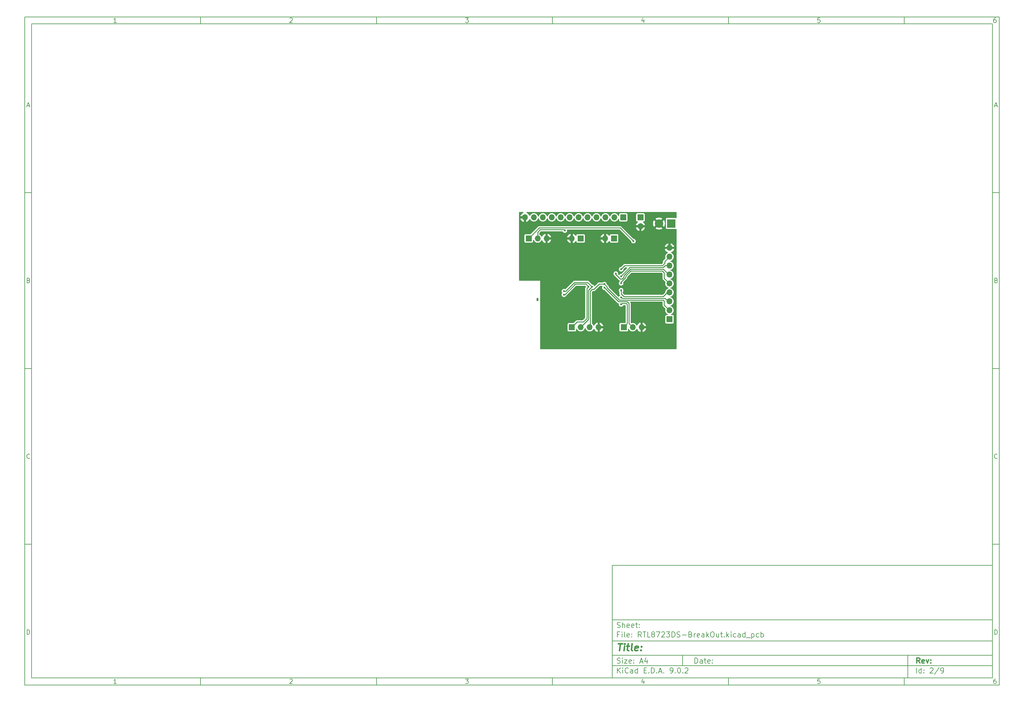
<source format=gbl>
G04 #@! TF.GenerationSoftware,KiCad,Pcbnew,9.0.2*
G04 #@! TF.CreationDate,2025-07-17T00:51:24+08:00*
G04 #@! TF.ProjectId,RTL8723DS-BreakOut,52544c38-3732-4334-9453-2d427265616b,rev?*
G04 #@! TF.SameCoordinates,Original*
G04 #@! TF.FileFunction,Copper,L2,Bot*
G04 #@! TF.FilePolarity,Positive*
%FSLAX45Y45*%
G04 Gerber Fmt 4.5, Leading zero omitted, Abs format (unit mm)*
G04 Created by KiCad (PCBNEW 9.0.2) date 2025-07-17 00:51:24*
%MOMM*%
%LPD*%
G01*
G04 APERTURE LIST*
%ADD10C,0.100000*%
%ADD11C,0.150000*%
%ADD12C,0.300000*%
%ADD13C,0.400000*%
G04 #@! TA.AperFunction,ComponentPad*
%ADD14R,0.500000X0.900000*%
G04 #@! TD*
G04 #@! TA.AperFunction,ComponentPad*
%ADD15R,1.700000X1.700000*%
G04 #@! TD*
G04 #@! TA.AperFunction,ComponentPad*
%ADD16O,1.700000X1.700000*%
G04 #@! TD*
G04 #@! TA.AperFunction,ComponentPad*
%ADD17R,2.400000X2.400000*%
G04 #@! TD*
G04 #@! TA.AperFunction,ComponentPad*
%ADD18C,2.400000*%
G04 #@! TD*
G04 #@! TA.AperFunction,ViaPad*
%ADD19C,0.600000*%
G04 #@! TD*
G04 #@! TA.AperFunction,Conductor*
%ADD20C,0.250000*%
G04 #@! TD*
G04 APERTURE END LIST*
D10*
D11*
X17700220Y-16600720D02*
X28500220Y-16600720D01*
X28500220Y-19800720D01*
X17700220Y-19800720D01*
X17700220Y-16600720D01*
D10*
D11*
X1000000Y-1000000D02*
X28700220Y-1000000D01*
X28700220Y-20000720D01*
X1000000Y-20000720D01*
X1000000Y-1000000D01*
D10*
D11*
X1200000Y-1200000D02*
X28500220Y-1200000D01*
X28500220Y-19800720D01*
X1200000Y-19800720D01*
X1200000Y-1200000D01*
D10*
D11*
X6000000Y-1200000D02*
X6000000Y-1000000D01*
D10*
D11*
X11000000Y-1200000D02*
X11000000Y-1000000D01*
D10*
D11*
X16000000Y-1200000D02*
X16000000Y-1000000D01*
D10*
D11*
X21000000Y-1200000D02*
X21000000Y-1000000D01*
D10*
D11*
X26000000Y-1200000D02*
X26000000Y-1000000D01*
D10*
D11*
X3608916Y-1159360D02*
X3534630Y-1159360D01*
X3571773Y-1159360D02*
X3571773Y-1029360D01*
X3571773Y-1029360D02*
X3559392Y-1047932D01*
X3559392Y-1047932D02*
X3547011Y-1060313D01*
X3547011Y-1060313D02*
X3534630Y-1066503D01*
D10*
D11*
X8534630Y-1041741D02*
X8540821Y-1035551D01*
X8540821Y-1035551D02*
X8553202Y-1029360D01*
X8553202Y-1029360D02*
X8584154Y-1029360D01*
X8584154Y-1029360D02*
X8596535Y-1035551D01*
X8596535Y-1035551D02*
X8602726Y-1041741D01*
X8602726Y-1041741D02*
X8608916Y-1054122D01*
X8608916Y-1054122D02*
X8608916Y-1066503D01*
X8608916Y-1066503D02*
X8602726Y-1085075D01*
X8602726Y-1085075D02*
X8528440Y-1159360D01*
X8528440Y-1159360D02*
X8608916Y-1159360D01*
D10*
D11*
X13528440Y-1029360D02*
X13608916Y-1029360D01*
X13608916Y-1029360D02*
X13565583Y-1078884D01*
X13565583Y-1078884D02*
X13584154Y-1078884D01*
X13584154Y-1078884D02*
X13596535Y-1085075D01*
X13596535Y-1085075D02*
X13602725Y-1091265D01*
X13602725Y-1091265D02*
X13608916Y-1103646D01*
X13608916Y-1103646D02*
X13608916Y-1134599D01*
X13608916Y-1134599D02*
X13602725Y-1146980D01*
X13602725Y-1146980D02*
X13596535Y-1153170D01*
X13596535Y-1153170D02*
X13584154Y-1159360D01*
X13584154Y-1159360D02*
X13547011Y-1159360D01*
X13547011Y-1159360D02*
X13534630Y-1153170D01*
X13534630Y-1153170D02*
X13528440Y-1146980D01*
D10*
D11*
X18596535Y-1072694D02*
X18596535Y-1159360D01*
X18565583Y-1023170D02*
X18534630Y-1116027D01*
X18534630Y-1116027D02*
X18615106Y-1116027D01*
D10*
D11*
X23602725Y-1029360D02*
X23540821Y-1029360D01*
X23540821Y-1029360D02*
X23534630Y-1091265D01*
X23534630Y-1091265D02*
X23540821Y-1085075D01*
X23540821Y-1085075D02*
X23553202Y-1078884D01*
X23553202Y-1078884D02*
X23584154Y-1078884D01*
X23584154Y-1078884D02*
X23596535Y-1085075D01*
X23596535Y-1085075D02*
X23602725Y-1091265D01*
X23602725Y-1091265D02*
X23608916Y-1103646D01*
X23608916Y-1103646D02*
X23608916Y-1134599D01*
X23608916Y-1134599D02*
X23602725Y-1146980D01*
X23602725Y-1146980D02*
X23596535Y-1153170D01*
X23596535Y-1153170D02*
X23584154Y-1159360D01*
X23584154Y-1159360D02*
X23553202Y-1159360D01*
X23553202Y-1159360D02*
X23540821Y-1153170D01*
X23540821Y-1153170D02*
X23534630Y-1146980D01*
D10*
D11*
X28596535Y-1029360D02*
X28571773Y-1029360D01*
X28571773Y-1029360D02*
X28559392Y-1035551D01*
X28559392Y-1035551D02*
X28553202Y-1041741D01*
X28553202Y-1041741D02*
X28540821Y-1060313D01*
X28540821Y-1060313D02*
X28534630Y-1085075D01*
X28534630Y-1085075D02*
X28534630Y-1134599D01*
X28534630Y-1134599D02*
X28540821Y-1146980D01*
X28540821Y-1146980D02*
X28547011Y-1153170D01*
X28547011Y-1153170D02*
X28559392Y-1159360D01*
X28559392Y-1159360D02*
X28584154Y-1159360D01*
X28584154Y-1159360D02*
X28596535Y-1153170D01*
X28596535Y-1153170D02*
X28602725Y-1146980D01*
X28602725Y-1146980D02*
X28608916Y-1134599D01*
X28608916Y-1134599D02*
X28608916Y-1103646D01*
X28608916Y-1103646D02*
X28602725Y-1091265D01*
X28602725Y-1091265D02*
X28596535Y-1085075D01*
X28596535Y-1085075D02*
X28584154Y-1078884D01*
X28584154Y-1078884D02*
X28559392Y-1078884D01*
X28559392Y-1078884D02*
X28547011Y-1085075D01*
X28547011Y-1085075D02*
X28540821Y-1091265D01*
X28540821Y-1091265D02*
X28534630Y-1103646D01*
D10*
D11*
X6000000Y-19800720D02*
X6000000Y-20000720D01*
D10*
D11*
X11000000Y-19800720D02*
X11000000Y-20000720D01*
D10*
D11*
X16000000Y-19800720D02*
X16000000Y-20000720D01*
D10*
D11*
X21000000Y-19800720D02*
X21000000Y-20000720D01*
D10*
D11*
X26000000Y-19800720D02*
X26000000Y-20000720D01*
D10*
D11*
X3608916Y-19960080D02*
X3534630Y-19960080D01*
X3571773Y-19960080D02*
X3571773Y-19830080D01*
X3571773Y-19830080D02*
X3559392Y-19848652D01*
X3559392Y-19848652D02*
X3547011Y-19861033D01*
X3547011Y-19861033D02*
X3534630Y-19867223D01*
D10*
D11*
X8534630Y-19842461D02*
X8540821Y-19836271D01*
X8540821Y-19836271D02*
X8553202Y-19830080D01*
X8553202Y-19830080D02*
X8584154Y-19830080D01*
X8584154Y-19830080D02*
X8596535Y-19836271D01*
X8596535Y-19836271D02*
X8602726Y-19842461D01*
X8602726Y-19842461D02*
X8608916Y-19854842D01*
X8608916Y-19854842D02*
X8608916Y-19867223D01*
X8608916Y-19867223D02*
X8602726Y-19885795D01*
X8602726Y-19885795D02*
X8528440Y-19960080D01*
X8528440Y-19960080D02*
X8608916Y-19960080D01*
D10*
D11*
X13528440Y-19830080D02*
X13608916Y-19830080D01*
X13608916Y-19830080D02*
X13565583Y-19879604D01*
X13565583Y-19879604D02*
X13584154Y-19879604D01*
X13584154Y-19879604D02*
X13596535Y-19885795D01*
X13596535Y-19885795D02*
X13602725Y-19891985D01*
X13602725Y-19891985D02*
X13608916Y-19904366D01*
X13608916Y-19904366D02*
X13608916Y-19935319D01*
X13608916Y-19935319D02*
X13602725Y-19947700D01*
X13602725Y-19947700D02*
X13596535Y-19953890D01*
X13596535Y-19953890D02*
X13584154Y-19960080D01*
X13584154Y-19960080D02*
X13547011Y-19960080D01*
X13547011Y-19960080D02*
X13534630Y-19953890D01*
X13534630Y-19953890D02*
X13528440Y-19947700D01*
D10*
D11*
X18596535Y-19873414D02*
X18596535Y-19960080D01*
X18565583Y-19823890D02*
X18534630Y-19916747D01*
X18534630Y-19916747D02*
X18615106Y-19916747D01*
D10*
D11*
X23602725Y-19830080D02*
X23540821Y-19830080D01*
X23540821Y-19830080D02*
X23534630Y-19891985D01*
X23534630Y-19891985D02*
X23540821Y-19885795D01*
X23540821Y-19885795D02*
X23553202Y-19879604D01*
X23553202Y-19879604D02*
X23584154Y-19879604D01*
X23584154Y-19879604D02*
X23596535Y-19885795D01*
X23596535Y-19885795D02*
X23602725Y-19891985D01*
X23602725Y-19891985D02*
X23608916Y-19904366D01*
X23608916Y-19904366D02*
X23608916Y-19935319D01*
X23608916Y-19935319D02*
X23602725Y-19947700D01*
X23602725Y-19947700D02*
X23596535Y-19953890D01*
X23596535Y-19953890D02*
X23584154Y-19960080D01*
X23584154Y-19960080D02*
X23553202Y-19960080D01*
X23553202Y-19960080D02*
X23540821Y-19953890D01*
X23540821Y-19953890D02*
X23534630Y-19947700D01*
D10*
D11*
X28596535Y-19830080D02*
X28571773Y-19830080D01*
X28571773Y-19830080D02*
X28559392Y-19836271D01*
X28559392Y-19836271D02*
X28553202Y-19842461D01*
X28553202Y-19842461D02*
X28540821Y-19861033D01*
X28540821Y-19861033D02*
X28534630Y-19885795D01*
X28534630Y-19885795D02*
X28534630Y-19935319D01*
X28534630Y-19935319D02*
X28540821Y-19947700D01*
X28540821Y-19947700D02*
X28547011Y-19953890D01*
X28547011Y-19953890D02*
X28559392Y-19960080D01*
X28559392Y-19960080D02*
X28584154Y-19960080D01*
X28584154Y-19960080D02*
X28596535Y-19953890D01*
X28596535Y-19953890D02*
X28602725Y-19947700D01*
X28602725Y-19947700D02*
X28608916Y-19935319D01*
X28608916Y-19935319D02*
X28608916Y-19904366D01*
X28608916Y-19904366D02*
X28602725Y-19891985D01*
X28602725Y-19891985D02*
X28596535Y-19885795D01*
X28596535Y-19885795D02*
X28584154Y-19879604D01*
X28584154Y-19879604D02*
X28559392Y-19879604D01*
X28559392Y-19879604D02*
X28547011Y-19885795D01*
X28547011Y-19885795D02*
X28540821Y-19891985D01*
X28540821Y-19891985D02*
X28534630Y-19904366D01*
D10*
D11*
X1000000Y-6000000D02*
X1200000Y-6000000D01*
D10*
D11*
X1000000Y-11000000D02*
X1200000Y-11000000D01*
D10*
D11*
X1000000Y-16000000D02*
X1200000Y-16000000D01*
D10*
D11*
X1069048Y-3522218D02*
X1130952Y-3522218D01*
X1056667Y-3559360D02*
X1100000Y-3429360D01*
X1100000Y-3429360D02*
X1143333Y-3559360D01*
D10*
D11*
X1109286Y-8491265D02*
X1127857Y-8497456D01*
X1127857Y-8497456D02*
X1134048Y-8503646D01*
X1134048Y-8503646D02*
X1140238Y-8516027D01*
X1140238Y-8516027D02*
X1140238Y-8534599D01*
X1140238Y-8534599D02*
X1134048Y-8546980D01*
X1134048Y-8546980D02*
X1127857Y-8553170D01*
X1127857Y-8553170D02*
X1115476Y-8559360D01*
X1115476Y-8559360D02*
X1065952Y-8559360D01*
X1065952Y-8559360D02*
X1065952Y-8429360D01*
X1065952Y-8429360D02*
X1109286Y-8429360D01*
X1109286Y-8429360D02*
X1121667Y-8435551D01*
X1121667Y-8435551D02*
X1127857Y-8441741D01*
X1127857Y-8441741D02*
X1134048Y-8454122D01*
X1134048Y-8454122D02*
X1134048Y-8466503D01*
X1134048Y-8466503D02*
X1127857Y-8478884D01*
X1127857Y-8478884D02*
X1121667Y-8485075D01*
X1121667Y-8485075D02*
X1109286Y-8491265D01*
X1109286Y-8491265D02*
X1065952Y-8491265D01*
D10*
D11*
X1140238Y-13546979D02*
X1134048Y-13553170D01*
X1134048Y-13553170D02*
X1115476Y-13559360D01*
X1115476Y-13559360D02*
X1103095Y-13559360D01*
X1103095Y-13559360D02*
X1084524Y-13553170D01*
X1084524Y-13553170D02*
X1072143Y-13540789D01*
X1072143Y-13540789D02*
X1065952Y-13528408D01*
X1065952Y-13528408D02*
X1059762Y-13503646D01*
X1059762Y-13503646D02*
X1059762Y-13485075D01*
X1059762Y-13485075D02*
X1065952Y-13460313D01*
X1065952Y-13460313D02*
X1072143Y-13447932D01*
X1072143Y-13447932D02*
X1084524Y-13435551D01*
X1084524Y-13435551D02*
X1103095Y-13429360D01*
X1103095Y-13429360D02*
X1115476Y-13429360D01*
X1115476Y-13429360D02*
X1134048Y-13435551D01*
X1134048Y-13435551D02*
X1140238Y-13441741D01*
D10*
D11*
X1065952Y-18559360D02*
X1065952Y-18429360D01*
X1065952Y-18429360D02*
X1096905Y-18429360D01*
X1096905Y-18429360D02*
X1115476Y-18435551D01*
X1115476Y-18435551D02*
X1127857Y-18447932D01*
X1127857Y-18447932D02*
X1134048Y-18460313D01*
X1134048Y-18460313D02*
X1140238Y-18485075D01*
X1140238Y-18485075D02*
X1140238Y-18503646D01*
X1140238Y-18503646D02*
X1134048Y-18528408D01*
X1134048Y-18528408D02*
X1127857Y-18540789D01*
X1127857Y-18540789D02*
X1115476Y-18553170D01*
X1115476Y-18553170D02*
X1096905Y-18559360D01*
X1096905Y-18559360D02*
X1065952Y-18559360D01*
D10*
D11*
X28700220Y-6000000D02*
X28500220Y-6000000D01*
D10*
D11*
X28700220Y-11000000D02*
X28500220Y-11000000D01*
D10*
D11*
X28700220Y-16000000D02*
X28500220Y-16000000D01*
D10*
D11*
X28569268Y-3522218D02*
X28631172Y-3522218D01*
X28556887Y-3559360D02*
X28600220Y-3429360D01*
X28600220Y-3429360D02*
X28643553Y-3559360D01*
D10*
D11*
X28609506Y-8491265D02*
X28628077Y-8497456D01*
X28628077Y-8497456D02*
X28634268Y-8503646D01*
X28634268Y-8503646D02*
X28640458Y-8516027D01*
X28640458Y-8516027D02*
X28640458Y-8534599D01*
X28640458Y-8534599D02*
X28634268Y-8546980D01*
X28634268Y-8546980D02*
X28628077Y-8553170D01*
X28628077Y-8553170D02*
X28615696Y-8559360D01*
X28615696Y-8559360D02*
X28566172Y-8559360D01*
X28566172Y-8559360D02*
X28566172Y-8429360D01*
X28566172Y-8429360D02*
X28609506Y-8429360D01*
X28609506Y-8429360D02*
X28621887Y-8435551D01*
X28621887Y-8435551D02*
X28628077Y-8441741D01*
X28628077Y-8441741D02*
X28634268Y-8454122D01*
X28634268Y-8454122D02*
X28634268Y-8466503D01*
X28634268Y-8466503D02*
X28628077Y-8478884D01*
X28628077Y-8478884D02*
X28621887Y-8485075D01*
X28621887Y-8485075D02*
X28609506Y-8491265D01*
X28609506Y-8491265D02*
X28566172Y-8491265D01*
D10*
D11*
X28640458Y-13546979D02*
X28634268Y-13553170D01*
X28634268Y-13553170D02*
X28615696Y-13559360D01*
X28615696Y-13559360D02*
X28603315Y-13559360D01*
X28603315Y-13559360D02*
X28584744Y-13553170D01*
X28584744Y-13553170D02*
X28572363Y-13540789D01*
X28572363Y-13540789D02*
X28566172Y-13528408D01*
X28566172Y-13528408D02*
X28559982Y-13503646D01*
X28559982Y-13503646D02*
X28559982Y-13485075D01*
X28559982Y-13485075D02*
X28566172Y-13460313D01*
X28566172Y-13460313D02*
X28572363Y-13447932D01*
X28572363Y-13447932D02*
X28584744Y-13435551D01*
X28584744Y-13435551D02*
X28603315Y-13429360D01*
X28603315Y-13429360D02*
X28615696Y-13429360D01*
X28615696Y-13429360D02*
X28634268Y-13435551D01*
X28634268Y-13435551D02*
X28640458Y-13441741D01*
D10*
D11*
X28566172Y-18559360D02*
X28566172Y-18429360D01*
X28566172Y-18429360D02*
X28597125Y-18429360D01*
X28597125Y-18429360D02*
X28615696Y-18435551D01*
X28615696Y-18435551D02*
X28628077Y-18447932D01*
X28628077Y-18447932D02*
X28634268Y-18460313D01*
X28634268Y-18460313D02*
X28640458Y-18485075D01*
X28640458Y-18485075D02*
X28640458Y-18503646D01*
X28640458Y-18503646D02*
X28634268Y-18528408D01*
X28634268Y-18528408D02*
X28628077Y-18540789D01*
X28628077Y-18540789D02*
X28615696Y-18553170D01*
X28615696Y-18553170D02*
X28597125Y-18559360D01*
X28597125Y-18559360D02*
X28566172Y-18559360D01*
D10*
D11*
X20045803Y-19379333D02*
X20045803Y-19229333D01*
X20045803Y-19229333D02*
X20081517Y-19229333D01*
X20081517Y-19229333D02*
X20102946Y-19236476D01*
X20102946Y-19236476D02*
X20117231Y-19250761D01*
X20117231Y-19250761D02*
X20124374Y-19265047D01*
X20124374Y-19265047D02*
X20131517Y-19293619D01*
X20131517Y-19293619D02*
X20131517Y-19315047D01*
X20131517Y-19315047D02*
X20124374Y-19343619D01*
X20124374Y-19343619D02*
X20117231Y-19357904D01*
X20117231Y-19357904D02*
X20102946Y-19372190D01*
X20102946Y-19372190D02*
X20081517Y-19379333D01*
X20081517Y-19379333D02*
X20045803Y-19379333D01*
X20260088Y-19379333D02*
X20260088Y-19300761D01*
X20260088Y-19300761D02*
X20252946Y-19286476D01*
X20252946Y-19286476D02*
X20238660Y-19279333D01*
X20238660Y-19279333D02*
X20210088Y-19279333D01*
X20210088Y-19279333D02*
X20195803Y-19286476D01*
X20260088Y-19372190D02*
X20245803Y-19379333D01*
X20245803Y-19379333D02*
X20210088Y-19379333D01*
X20210088Y-19379333D02*
X20195803Y-19372190D01*
X20195803Y-19372190D02*
X20188660Y-19357904D01*
X20188660Y-19357904D02*
X20188660Y-19343619D01*
X20188660Y-19343619D02*
X20195803Y-19329333D01*
X20195803Y-19329333D02*
X20210088Y-19322190D01*
X20210088Y-19322190D02*
X20245803Y-19322190D01*
X20245803Y-19322190D02*
X20260088Y-19315047D01*
X20310088Y-19279333D02*
X20367231Y-19279333D01*
X20331517Y-19229333D02*
X20331517Y-19357904D01*
X20331517Y-19357904D02*
X20338660Y-19372190D01*
X20338660Y-19372190D02*
X20352946Y-19379333D01*
X20352946Y-19379333D02*
X20367231Y-19379333D01*
X20474374Y-19372190D02*
X20460088Y-19379333D01*
X20460088Y-19379333D02*
X20431517Y-19379333D01*
X20431517Y-19379333D02*
X20417231Y-19372190D01*
X20417231Y-19372190D02*
X20410088Y-19357904D01*
X20410088Y-19357904D02*
X20410088Y-19300761D01*
X20410088Y-19300761D02*
X20417231Y-19286476D01*
X20417231Y-19286476D02*
X20431517Y-19279333D01*
X20431517Y-19279333D02*
X20460088Y-19279333D01*
X20460088Y-19279333D02*
X20474374Y-19286476D01*
X20474374Y-19286476D02*
X20481517Y-19300761D01*
X20481517Y-19300761D02*
X20481517Y-19315047D01*
X20481517Y-19315047D02*
X20410088Y-19329333D01*
X20545803Y-19365047D02*
X20552946Y-19372190D01*
X20552946Y-19372190D02*
X20545803Y-19379333D01*
X20545803Y-19379333D02*
X20538660Y-19372190D01*
X20538660Y-19372190D02*
X20545803Y-19365047D01*
X20545803Y-19365047D02*
X20545803Y-19379333D01*
X20545803Y-19286476D02*
X20552946Y-19293619D01*
X20552946Y-19293619D02*
X20545803Y-19300761D01*
X20545803Y-19300761D02*
X20538660Y-19293619D01*
X20538660Y-19293619D02*
X20545803Y-19286476D01*
X20545803Y-19286476D02*
X20545803Y-19300761D01*
D10*
D11*
X17700220Y-19450720D02*
X28500220Y-19450720D01*
D10*
D11*
X17845803Y-19659333D02*
X17845803Y-19509333D01*
X17931517Y-19659333D02*
X17867231Y-19573619D01*
X17931517Y-19509333D02*
X17845803Y-19595047D01*
X17995803Y-19659333D02*
X17995803Y-19559333D01*
X17995803Y-19509333D02*
X17988660Y-19516476D01*
X17988660Y-19516476D02*
X17995803Y-19523619D01*
X17995803Y-19523619D02*
X18002946Y-19516476D01*
X18002946Y-19516476D02*
X17995803Y-19509333D01*
X17995803Y-19509333D02*
X17995803Y-19523619D01*
X18152946Y-19645047D02*
X18145803Y-19652190D01*
X18145803Y-19652190D02*
X18124374Y-19659333D01*
X18124374Y-19659333D02*
X18110088Y-19659333D01*
X18110088Y-19659333D02*
X18088660Y-19652190D01*
X18088660Y-19652190D02*
X18074374Y-19637904D01*
X18074374Y-19637904D02*
X18067231Y-19623619D01*
X18067231Y-19623619D02*
X18060088Y-19595047D01*
X18060088Y-19595047D02*
X18060088Y-19573619D01*
X18060088Y-19573619D02*
X18067231Y-19545047D01*
X18067231Y-19545047D02*
X18074374Y-19530761D01*
X18074374Y-19530761D02*
X18088660Y-19516476D01*
X18088660Y-19516476D02*
X18110088Y-19509333D01*
X18110088Y-19509333D02*
X18124374Y-19509333D01*
X18124374Y-19509333D02*
X18145803Y-19516476D01*
X18145803Y-19516476D02*
X18152946Y-19523619D01*
X18281517Y-19659333D02*
X18281517Y-19580761D01*
X18281517Y-19580761D02*
X18274374Y-19566476D01*
X18274374Y-19566476D02*
X18260088Y-19559333D01*
X18260088Y-19559333D02*
X18231517Y-19559333D01*
X18231517Y-19559333D02*
X18217231Y-19566476D01*
X18281517Y-19652190D02*
X18267231Y-19659333D01*
X18267231Y-19659333D02*
X18231517Y-19659333D01*
X18231517Y-19659333D02*
X18217231Y-19652190D01*
X18217231Y-19652190D02*
X18210088Y-19637904D01*
X18210088Y-19637904D02*
X18210088Y-19623619D01*
X18210088Y-19623619D02*
X18217231Y-19609333D01*
X18217231Y-19609333D02*
X18231517Y-19602190D01*
X18231517Y-19602190D02*
X18267231Y-19602190D01*
X18267231Y-19602190D02*
X18281517Y-19595047D01*
X18417231Y-19659333D02*
X18417231Y-19509333D01*
X18417231Y-19652190D02*
X18402946Y-19659333D01*
X18402946Y-19659333D02*
X18374374Y-19659333D01*
X18374374Y-19659333D02*
X18360088Y-19652190D01*
X18360088Y-19652190D02*
X18352946Y-19645047D01*
X18352946Y-19645047D02*
X18345803Y-19630761D01*
X18345803Y-19630761D02*
X18345803Y-19587904D01*
X18345803Y-19587904D02*
X18352946Y-19573619D01*
X18352946Y-19573619D02*
X18360088Y-19566476D01*
X18360088Y-19566476D02*
X18374374Y-19559333D01*
X18374374Y-19559333D02*
X18402946Y-19559333D01*
X18402946Y-19559333D02*
X18417231Y-19566476D01*
X18602946Y-19580761D02*
X18652946Y-19580761D01*
X18674374Y-19659333D02*
X18602946Y-19659333D01*
X18602946Y-19659333D02*
X18602946Y-19509333D01*
X18602946Y-19509333D02*
X18674374Y-19509333D01*
X18738660Y-19645047D02*
X18745803Y-19652190D01*
X18745803Y-19652190D02*
X18738660Y-19659333D01*
X18738660Y-19659333D02*
X18731517Y-19652190D01*
X18731517Y-19652190D02*
X18738660Y-19645047D01*
X18738660Y-19645047D02*
X18738660Y-19659333D01*
X18810088Y-19659333D02*
X18810088Y-19509333D01*
X18810088Y-19509333D02*
X18845803Y-19509333D01*
X18845803Y-19509333D02*
X18867231Y-19516476D01*
X18867231Y-19516476D02*
X18881517Y-19530761D01*
X18881517Y-19530761D02*
X18888660Y-19545047D01*
X18888660Y-19545047D02*
X18895803Y-19573619D01*
X18895803Y-19573619D02*
X18895803Y-19595047D01*
X18895803Y-19595047D02*
X18888660Y-19623619D01*
X18888660Y-19623619D02*
X18881517Y-19637904D01*
X18881517Y-19637904D02*
X18867231Y-19652190D01*
X18867231Y-19652190D02*
X18845803Y-19659333D01*
X18845803Y-19659333D02*
X18810088Y-19659333D01*
X18960088Y-19645047D02*
X18967231Y-19652190D01*
X18967231Y-19652190D02*
X18960088Y-19659333D01*
X18960088Y-19659333D02*
X18952946Y-19652190D01*
X18952946Y-19652190D02*
X18960088Y-19645047D01*
X18960088Y-19645047D02*
X18960088Y-19659333D01*
X19024374Y-19616476D02*
X19095803Y-19616476D01*
X19010089Y-19659333D02*
X19060089Y-19509333D01*
X19060089Y-19509333D02*
X19110089Y-19659333D01*
X19160088Y-19645047D02*
X19167231Y-19652190D01*
X19167231Y-19652190D02*
X19160088Y-19659333D01*
X19160088Y-19659333D02*
X19152946Y-19652190D01*
X19152946Y-19652190D02*
X19160088Y-19645047D01*
X19160088Y-19645047D02*
X19160088Y-19659333D01*
X19352946Y-19659333D02*
X19381517Y-19659333D01*
X19381517Y-19659333D02*
X19395803Y-19652190D01*
X19395803Y-19652190D02*
X19402946Y-19645047D01*
X19402946Y-19645047D02*
X19417231Y-19623619D01*
X19417231Y-19623619D02*
X19424374Y-19595047D01*
X19424374Y-19595047D02*
X19424374Y-19537904D01*
X19424374Y-19537904D02*
X19417231Y-19523619D01*
X19417231Y-19523619D02*
X19410089Y-19516476D01*
X19410089Y-19516476D02*
X19395803Y-19509333D01*
X19395803Y-19509333D02*
X19367231Y-19509333D01*
X19367231Y-19509333D02*
X19352946Y-19516476D01*
X19352946Y-19516476D02*
X19345803Y-19523619D01*
X19345803Y-19523619D02*
X19338660Y-19537904D01*
X19338660Y-19537904D02*
X19338660Y-19573619D01*
X19338660Y-19573619D02*
X19345803Y-19587904D01*
X19345803Y-19587904D02*
X19352946Y-19595047D01*
X19352946Y-19595047D02*
X19367231Y-19602190D01*
X19367231Y-19602190D02*
X19395803Y-19602190D01*
X19395803Y-19602190D02*
X19410089Y-19595047D01*
X19410089Y-19595047D02*
X19417231Y-19587904D01*
X19417231Y-19587904D02*
X19424374Y-19573619D01*
X19488660Y-19645047D02*
X19495803Y-19652190D01*
X19495803Y-19652190D02*
X19488660Y-19659333D01*
X19488660Y-19659333D02*
X19481517Y-19652190D01*
X19481517Y-19652190D02*
X19488660Y-19645047D01*
X19488660Y-19645047D02*
X19488660Y-19659333D01*
X19588660Y-19509333D02*
X19602946Y-19509333D01*
X19602946Y-19509333D02*
X19617231Y-19516476D01*
X19617231Y-19516476D02*
X19624374Y-19523619D01*
X19624374Y-19523619D02*
X19631517Y-19537904D01*
X19631517Y-19537904D02*
X19638660Y-19566476D01*
X19638660Y-19566476D02*
X19638660Y-19602190D01*
X19638660Y-19602190D02*
X19631517Y-19630761D01*
X19631517Y-19630761D02*
X19624374Y-19645047D01*
X19624374Y-19645047D02*
X19617231Y-19652190D01*
X19617231Y-19652190D02*
X19602946Y-19659333D01*
X19602946Y-19659333D02*
X19588660Y-19659333D01*
X19588660Y-19659333D02*
X19574374Y-19652190D01*
X19574374Y-19652190D02*
X19567231Y-19645047D01*
X19567231Y-19645047D02*
X19560088Y-19630761D01*
X19560088Y-19630761D02*
X19552946Y-19602190D01*
X19552946Y-19602190D02*
X19552946Y-19566476D01*
X19552946Y-19566476D02*
X19560088Y-19537904D01*
X19560088Y-19537904D02*
X19567231Y-19523619D01*
X19567231Y-19523619D02*
X19574374Y-19516476D01*
X19574374Y-19516476D02*
X19588660Y-19509333D01*
X19702946Y-19645047D02*
X19710088Y-19652190D01*
X19710088Y-19652190D02*
X19702946Y-19659333D01*
X19702946Y-19659333D02*
X19695803Y-19652190D01*
X19695803Y-19652190D02*
X19702946Y-19645047D01*
X19702946Y-19645047D02*
X19702946Y-19659333D01*
X19767231Y-19523619D02*
X19774374Y-19516476D01*
X19774374Y-19516476D02*
X19788660Y-19509333D01*
X19788660Y-19509333D02*
X19824374Y-19509333D01*
X19824374Y-19509333D02*
X19838660Y-19516476D01*
X19838660Y-19516476D02*
X19845803Y-19523619D01*
X19845803Y-19523619D02*
X19852946Y-19537904D01*
X19852946Y-19537904D02*
X19852946Y-19552190D01*
X19852946Y-19552190D02*
X19845803Y-19573619D01*
X19845803Y-19573619D02*
X19760088Y-19659333D01*
X19760088Y-19659333D02*
X19852946Y-19659333D01*
D10*
D11*
X17700220Y-19150720D02*
X28500220Y-19150720D01*
D10*
D12*
X26441385Y-19378553D02*
X26391385Y-19307124D01*
X26355671Y-19378553D02*
X26355671Y-19228553D01*
X26355671Y-19228553D02*
X26412814Y-19228553D01*
X26412814Y-19228553D02*
X26427100Y-19235696D01*
X26427100Y-19235696D02*
X26434242Y-19242839D01*
X26434242Y-19242839D02*
X26441385Y-19257124D01*
X26441385Y-19257124D02*
X26441385Y-19278553D01*
X26441385Y-19278553D02*
X26434242Y-19292839D01*
X26434242Y-19292839D02*
X26427100Y-19299981D01*
X26427100Y-19299981D02*
X26412814Y-19307124D01*
X26412814Y-19307124D02*
X26355671Y-19307124D01*
X26562814Y-19371410D02*
X26548528Y-19378553D01*
X26548528Y-19378553D02*
X26519957Y-19378553D01*
X26519957Y-19378553D02*
X26505671Y-19371410D01*
X26505671Y-19371410D02*
X26498528Y-19357124D01*
X26498528Y-19357124D02*
X26498528Y-19299981D01*
X26498528Y-19299981D02*
X26505671Y-19285696D01*
X26505671Y-19285696D02*
X26519957Y-19278553D01*
X26519957Y-19278553D02*
X26548528Y-19278553D01*
X26548528Y-19278553D02*
X26562814Y-19285696D01*
X26562814Y-19285696D02*
X26569957Y-19299981D01*
X26569957Y-19299981D02*
X26569957Y-19314267D01*
X26569957Y-19314267D02*
X26498528Y-19328553D01*
X26619957Y-19278553D02*
X26655671Y-19378553D01*
X26655671Y-19378553D02*
X26691385Y-19278553D01*
X26748528Y-19364267D02*
X26755671Y-19371410D01*
X26755671Y-19371410D02*
X26748528Y-19378553D01*
X26748528Y-19378553D02*
X26741385Y-19371410D01*
X26741385Y-19371410D02*
X26748528Y-19364267D01*
X26748528Y-19364267D02*
X26748528Y-19378553D01*
X26748528Y-19285696D02*
X26755671Y-19292839D01*
X26755671Y-19292839D02*
X26748528Y-19299981D01*
X26748528Y-19299981D02*
X26741385Y-19292839D01*
X26741385Y-19292839D02*
X26748528Y-19285696D01*
X26748528Y-19285696D02*
X26748528Y-19299981D01*
D10*
D11*
X17838660Y-19372190D02*
X17860088Y-19379333D01*
X17860088Y-19379333D02*
X17895803Y-19379333D01*
X17895803Y-19379333D02*
X17910088Y-19372190D01*
X17910088Y-19372190D02*
X17917231Y-19365047D01*
X17917231Y-19365047D02*
X17924374Y-19350761D01*
X17924374Y-19350761D02*
X17924374Y-19336476D01*
X17924374Y-19336476D02*
X17917231Y-19322190D01*
X17917231Y-19322190D02*
X17910088Y-19315047D01*
X17910088Y-19315047D02*
X17895803Y-19307904D01*
X17895803Y-19307904D02*
X17867231Y-19300761D01*
X17867231Y-19300761D02*
X17852946Y-19293619D01*
X17852946Y-19293619D02*
X17845803Y-19286476D01*
X17845803Y-19286476D02*
X17838660Y-19272190D01*
X17838660Y-19272190D02*
X17838660Y-19257904D01*
X17838660Y-19257904D02*
X17845803Y-19243619D01*
X17845803Y-19243619D02*
X17852946Y-19236476D01*
X17852946Y-19236476D02*
X17867231Y-19229333D01*
X17867231Y-19229333D02*
X17902946Y-19229333D01*
X17902946Y-19229333D02*
X17924374Y-19236476D01*
X17988660Y-19379333D02*
X17988660Y-19279333D01*
X17988660Y-19229333D02*
X17981517Y-19236476D01*
X17981517Y-19236476D02*
X17988660Y-19243619D01*
X17988660Y-19243619D02*
X17995803Y-19236476D01*
X17995803Y-19236476D02*
X17988660Y-19229333D01*
X17988660Y-19229333D02*
X17988660Y-19243619D01*
X18045803Y-19279333D02*
X18124374Y-19279333D01*
X18124374Y-19279333D02*
X18045803Y-19379333D01*
X18045803Y-19379333D02*
X18124374Y-19379333D01*
X18238660Y-19372190D02*
X18224374Y-19379333D01*
X18224374Y-19379333D02*
X18195803Y-19379333D01*
X18195803Y-19379333D02*
X18181517Y-19372190D01*
X18181517Y-19372190D02*
X18174374Y-19357904D01*
X18174374Y-19357904D02*
X18174374Y-19300761D01*
X18174374Y-19300761D02*
X18181517Y-19286476D01*
X18181517Y-19286476D02*
X18195803Y-19279333D01*
X18195803Y-19279333D02*
X18224374Y-19279333D01*
X18224374Y-19279333D02*
X18238660Y-19286476D01*
X18238660Y-19286476D02*
X18245803Y-19300761D01*
X18245803Y-19300761D02*
X18245803Y-19315047D01*
X18245803Y-19315047D02*
X18174374Y-19329333D01*
X18310088Y-19365047D02*
X18317231Y-19372190D01*
X18317231Y-19372190D02*
X18310088Y-19379333D01*
X18310088Y-19379333D02*
X18302946Y-19372190D01*
X18302946Y-19372190D02*
X18310088Y-19365047D01*
X18310088Y-19365047D02*
X18310088Y-19379333D01*
X18310088Y-19286476D02*
X18317231Y-19293619D01*
X18317231Y-19293619D02*
X18310088Y-19300761D01*
X18310088Y-19300761D02*
X18302946Y-19293619D01*
X18302946Y-19293619D02*
X18310088Y-19286476D01*
X18310088Y-19286476D02*
X18310088Y-19300761D01*
X18488660Y-19336476D02*
X18560088Y-19336476D01*
X18474374Y-19379333D02*
X18524374Y-19229333D01*
X18524374Y-19229333D02*
X18574374Y-19379333D01*
X18688660Y-19279333D02*
X18688660Y-19379333D01*
X18652946Y-19222190D02*
X18617231Y-19329333D01*
X18617231Y-19329333D02*
X18710088Y-19329333D01*
D10*
D11*
X26345803Y-19659333D02*
X26345803Y-19509333D01*
X26481517Y-19659333D02*
X26481517Y-19509333D01*
X26481517Y-19652190D02*
X26467231Y-19659333D01*
X26467231Y-19659333D02*
X26438660Y-19659333D01*
X26438660Y-19659333D02*
X26424374Y-19652190D01*
X26424374Y-19652190D02*
X26417231Y-19645047D01*
X26417231Y-19645047D02*
X26410088Y-19630761D01*
X26410088Y-19630761D02*
X26410088Y-19587904D01*
X26410088Y-19587904D02*
X26417231Y-19573619D01*
X26417231Y-19573619D02*
X26424374Y-19566476D01*
X26424374Y-19566476D02*
X26438660Y-19559333D01*
X26438660Y-19559333D02*
X26467231Y-19559333D01*
X26467231Y-19559333D02*
X26481517Y-19566476D01*
X26552945Y-19645047D02*
X26560088Y-19652190D01*
X26560088Y-19652190D02*
X26552945Y-19659333D01*
X26552945Y-19659333D02*
X26545803Y-19652190D01*
X26545803Y-19652190D02*
X26552945Y-19645047D01*
X26552945Y-19645047D02*
X26552945Y-19659333D01*
X26552945Y-19566476D02*
X26560088Y-19573619D01*
X26560088Y-19573619D02*
X26552945Y-19580761D01*
X26552945Y-19580761D02*
X26545803Y-19573619D01*
X26545803Y-19573619D02*
X26552945Y-19566476D01*
X26552945Y-19566476D02*
X26552945Y-19580761D01*
X26731517Y-19523619D02*
X26738660Y-19516476D01*
X26738660Y-19516476D02*
X26752946Y-19509333D01*
X26752946Y-19509333D02*
X26788660Y-19509333D01*
X26788660Y-19509333D02*
X26802946Y-19516476D01*
X26802946Y-19516476D02*
X26810088Y-19523619D01*
X26810088Y-19523619D02*
X26817231Y-19537904D01*
X26817231Y-19537904D02*
X26817231Y-19552190D01*
X26817231Y-19552190D02*
X26810088Y-19573619D01*
X26810088Y-19573619D02*
X26724374Y-19659333D01*
X26724374Y-19659333D02*
X26817231Y-19659333D01*
X26988660Y-19502190D02*
X26860088Y-19695047D01*
X27045803Y-19659333D02*
X27074374Y-19659333D01*
X27074374Y-19659333D02*
X27088660Y-19652190D01*
X27088660Y-19652190D02*
X27095803Y-19645047D01*
X27095803Y-19645047D02*
X27110088Y-19623619D01*
X27110088Y-19623619D02*
X27117231Y-19595047D01*
X27117231Y-19595047D02*
X27117231Y-19537904D01*
X27117231Y-19537904D02*
X27110088Y-19523619D01*
X27110088Y-19523619D02*
X27102946Y-19516476D01*
X27102946Y-19516476D02*
X27088660Y-19509333D01*
X27088660Y-19509333D02*
X27060088Y-19509333D01*
X27060088Y-19509333D02*
X27045803Y-19516476D01*
X27045803Y-19516476D02*
X27038660Y-19523619D01*
X27038660Y-19523619D02*
X27031517Y-19537904D01*
X27031517Y-19537904D02*
X27031517Y-19573619D01*
X27031517Y-19573619D02*
X27038660Y-19587904D01*
X27038660Y-19587904D02*
X27045803Y-19595047D01*
X27045803Y-19595047D02*
X27060088Y-19602190D01*
X27060088Y-19602190D02*
X27088660Y-19602190D01*
X27088660Y-19602190D02*
X27102946Y-19595047D01*
X27102946Y-19595047D02*
X27110088Y-19587904D01*
X27110088Y-19587904D02*
X27117231Y-19573619D01*
D10*
D11*
X17700220Y-18750720D02*
X28500220Y-18750720D01*
D10*
D13*
X17869393Y-18821164D02*
X17983679Y-18821164D01*
X17901536Y-19021164D02*
X17926536Y-18821164D01*
X18025345Y-19021164D02*
X18042012Y-18887830D01*
X18050345Y-18821164D02*
X18039631Y-18830688D01*
X18039631Y-18830688D02*
X18047964Y-18840211D01*
X18047964Y-18840211D02*
X18058679Y-18830688D01*
X18058679Y-18830688D02*
X18050345Y-18821164D01*
X18050345Y-18821164D02*
X18047964Y-18840211D01*
X18108679Y-18887830D02*
X18184869Y-18887830D01*
X18145583Y-18821164D02*
X18124155Y-18992592D01*
X18124155Y-18992592D02*
X18131298Y-19011640D01*
X18131298Y-19011640D02*
X18149155Y-19021164D01*
X18149155Y-19021164D02*
X18168202Y-19021164D01*
X18263441Y-19021164D02*
X18245583Y-19011640D01*
X18245583Y-19011640D02*
X18238441Y-18992592D01*
X18238441Y-18992592D02*
X18259869Y-18821164D01*
X18417012Y-19011640D02*
X18396774Y-19021164D01*
X18396774Y-19021164D02*
X18358679Y-19021164D01*
X18358679Y-19021164D02*
X18340821Y-19011640D01*
X18340821Y-19011640D02*
X18333679Y-18992592D01*
X18333679Y-18992592D02*
X18343202Y-18916402D01*
X18343202Y-18916402D02*
X18355107Y-18897354D01*
X18355107Y-18897354D02*
X18375345Y-18887830D01*
X18375345Y-18887830D02*
X18413440Y-18887830D01*
X18413440Y-18887830D02*
X18431298Y-18897354D01*
X18431298Y-18897354D02*
X18438440Y-18916402D01*
X18438440Y-18916402D02*
X18436060Y-18935450D01*
X18436060Y-18935450D02*
X18338440Y-18954497D01*
X18513441Y-19002116D02*
X18521774Y-19011640D01*
X18521774Y-19011640D02*
X18511060Y-19021164D01*
X18511060Y-19021164D02*
X18502726Y-19011640D01*
X18502726Y-19011640D02*
X18513441Y-19002116D01*
X18513441Y-19002116D02*
X18511060Y-19021164D01*
X18526536Y-18897354D02*
X18534869Y-18906878D01*
X18534869Y-18906878D02*
X18524155Y-18916402D01*
X18524155Y-18916402D02*
X18515821Y-18906878D01*
X18515821Y-18906878D02*
X18526536Y-18897354D01*
X18526536Y-18897354D02*
X18524155Y-18916402D01*
D10*
D11*
X17895803Y-18560761D02*
X17845803Y-18560761D01*
X17845803Y-18639333D02*
X17845803Y-18489333D01*
X17845803Y-18489333D02*
X17917231Y-18489333D01*
X17974374Y-18639333D02*
X17974374Y-18539333D01*
X17974374Y-18489333D02*
X17967231Y-18496476D01*
X17967231Y-18496476D02*
X17974374Y-18503619D01*
X17974374Y-18503619D02*
X17981517Y-18496476D01*
X17981517Y-18496476D02*
X17974374Y-18489333D01*
X17974374Y-18489333D02*
X17974374Y-18503619D01*
X18067231Y-18639333D02*
X18052946Y-18632190D01*
X18052946Y-18632190D02*
X18045803Y-18617904D01*
X18045803Y-18617904D02*
X18045803Y-18489333D01*
X18181517Y-18632190D02*
X18167231Y-18639333D01*
X18167231Y-18639333D02*
X18138660Y-18639333D01*
X18138660Y-18639333D02*
X18124374Y-18632190D01*
X18124374Y-18632190D02*
X18117231Y-18617904D01*
X18117231Y-18617904D02*
X18117231Y-18560761D01*
X18117231Y-18560761D02*
X18124374Y-18546476D01*
X18124374Y-18546476D02*
X18138660Y-18539333D01*
X18138660Y-18539333D02*
X18167231Y-18539333D01*
X18167231Y-18539333D02*
X18181517Y-18546476D01*
X18181517Y-18546476D02*
X18188660Y-18560761D01*
X18188660Y-18560761D02*
X18188660Y-18575047D01*
X18188660Y-18575047D02*
X18117231Y-18589333D01*
X18252945Y-18625047D02*
X18260088Y-18632190D01*
X18260088Y-18632190D02*
X18252945Y-18639333D01*
X18252945Y-18639333D02*
X18245803Y-18632190D01*
X18245803Y-18632190D02*
X18252945Y-18625047D01*
X18252945Y-18625047D02*
X18252945Y-18639333D01*
X18252945Y-18546476D02*
X18260088Y-18553619D01*
X18260088Y-18553619D02*
X18252945Y-18560761D01*
X18252945Y-18560761D02*
X18245803Y-18553619D01*
X18245803Y-18553619D02*
X18252945Y-18546476D01*
X18252945Y-18546476D02*
X18252945Y-18560761D01*
X18524374Y-18639333D02*
X18474374Y-18567904D01*
X18438660Y-18639333D02*
X18438660Y-18489333D01*
X18438660Y-18489333D02*
X18495803Y-18489333D01*
X18495803Y-18489333D02*
X18510088Y-18496476D01*
X18510088Y-18496476D02*
X18517231Y-18503619D01*
X18517231Y-18503619D02*
X18524374Y-18517904D01*
X18524374Y-18517904D02*
X18524374Y-18539333D01*
X18524374Y-18539333D02*
X18517231Y-18553619D01*
X18517231Y-18553619D02*
X18510088Y-18560761D01*
X18510088Y-18560761D02*
X18495803Y-18567904D01*
X18495803Y-18567904D02*
X18438660Y-18567904D01*
X18567231Y-18489333D02*
X18652946Y-18489333D01*
X18610088Y-18639333D02*
X18610088Y-18489333D01*
X18774374Y-18639333D02*
X18702945Y-18639333D01*
X18702945Y-18639333D02*
X18702945Y-18489333D01*
X18845803Y-18553619D02*
X18831517Y-18546476D01*
X18831517Y-18546476D02*
X18824374Y-18539333D01*
X18824374Y-18539333D02*
X18817231Y-18525047D01*
X18817231Y-18525047D02*
X18817231Y-18517904D01*
X18817231Y-18517904D02*
X18824374Y-18503619D01*
X18824374Y-18503619D02*
X18831517Y-18496476D01*
X18831517Y-18496476D02*
X18845803Y-18489333D01*
X18845803Y-18489333D02*
X18874374Y-18489333D01*
X18874374Y-18489333D02*
X18888660Y-18496476D01*
X18888660Y-18496476D02*
X18895803Y-18503619D01*
X18895803Y-18503619D02*
X18902946Y-18517904D01*
X18902946Y-18517904D02*
X18902946Y-18525047D01*
X18902946Y-18525047D02*
X18895803Y-18539333D01*
X18895803Y-18539333D02*
X18888660Y-18546476D01*
X18888660Y-18546476D02*
X18874374Y-18553619D01*
X18874374Y-18553619D02*
X18845803Y-18553619D01*
X18845803Y-18553619D02*
X18831517Y-18560761D01*
X18831517Y-18560761D02*
X18824374Y-18567904D01*
X18824374Y-18567904D02*
X18817231Y-18582190D01*
X18817231Y-18582190D02*
X18817231Y-18610761D01*
X18817231Y-18610761D02*
X18824374Y-18625047D01*
X18824374Y-18625047D02*
X18831517Y-18632190D01*
X18831517Y-18632190D02*
X18845803Y-18639333D01*
X18845803Y-18639333D02*
X18874374Y-18639333D01*
X18874374Y-18639333D02*
X18888660Y-18632190D01*
X18888660Y-18632190D02*
X18895803Y-18625047D01*
X18895803Y-18625047D02*
X18902946Y-18610761D01*
X18902946Y-18610761D02*
X18902946Y-18582190D01*
X18902946Y-18582190D02*
X18895803Y-18567904D01*
X18895803Y-18567904D02*
X18888660Y-18560761D01*
X18888660Y-18560761D02*
X18874374Y-18553619D01*
X18952945Y-18489333D02*
X19052945Y-18489333D01*
X19052945Y-18489333D02*
X18988660Y-18639333D01*
X19102945Y-18503619D02*
X19110088Y-18496476D01*
X19110088Y-18496476D02*
X19124374Y-18489333D01*
X19124374Y-18489333D02*
X19160088Y-18489333D01*
X19160088Y-18489333D02*
X19174374Y-18496476D01*
X19174374Y-18496476D02*
X19181517Y-18503619D01*
X19181517Y-18503619D02*
X19188660Y-18517904D01*
X19188660Y-18517904D02*
X19188660Y-18532190D01*
X19188660Y-18532190D02*
X19181517Y-18553619D01*
X19181517Y-18553619D02*
X19095803Y-18639333D01*
X19095803Y-18639333D02*
X19188660Y-18639333D01*
X19238660Y-18489333D02*
X19331517Y-18489333D01*
X19331517Y-18489333D02*
X19281517Y-18546476D01*
X19281517Y-18546476D02*
X19302945Y-18546476D01*
X19302945Y-18546476D02*
X19317231Y-18553619D01*
X19317231Y-18553619D02*
X19324374Y-18560761D01*
X19324374Y-18560761D02*
X19331517Y-18575047D01*
X19331517Y-18575047D02*
X19331517Y-18610761D01*
X19331517Y-18610761D02*
X19324374Y-18625047D01*
X19324374Y-18625047D02*
X19317231Y-18632190D01*
X19317231Y-18632190D02*
X19302945Y-18639333D01*
X19302945Y-18639333D02*
X19260088Y-18639333D01*
X19260088Y-18639333D02*
X19245803Y-18632190D01*
X19245803Y-18632190D02*
X19238660Y-18625047D01*
X19395802Y-18639333D02*
X19395802Y-18489333D01*
X19395802Y-18489333D02*
X19431517Y-18489333D01*
X19431517Y-18489333D02*
X19452945Y-18496476D01*
X19452945Y-18496476D02*
X19467231Y-18510761D01*
X19467231Y-18510761D02*
X19474374Y-18525047D01*
X19474374Y-18525047D02*
X19481517Y-18553619D01*
X19481517Y-18553619D02*
X19481517Y-18575047D01*
X19481517Y-18575047D02*
X19474374Y-18603619D01*
X19474374Y-18603619D02*
X19467231Y-18617904D01*
X19467231Y-18617904D02*
X19452945Y-18632190D01*
X19452945Y-18632190D02*
X19431517Y-18639333D01*
X19431517Y-18639333D02*
X19395802Y-18639333D01*
X19538660Y-18632190D02*
X19560088Y-18639333D01*
X19560088Y-18639333D02*
X19595802Y-18639333D01*
X19595802Y-18639333D02*
X19610088Y-18632190D01*
X19610088Y-18632190D02*
X19617231Y-18625047D01*
X19617231Y-18625047D02*
X19624374Y-18610761D01*
X19624374Y-18610761D02*
X19624374Y-18596476D01*
X19624374Y-18596476D02*
X19617231Y-18582190D01*
X19617231Y-18582190D02*
X19610088Y-18575047D01*
X19610088Y-18575047D02*
X19595802Y-18567904D01*
X19595802Y-18567904D02*
X19567231Y-18560761D01*
X19567231Y-18560761D02*
X19552945Y-18553619D01*
X19552945Y-18553619D02*
X19545802Y-18546476D01*
X19545802Y-18546476D02*
X19538660Y-18532190D01*
X19538660Y-18532190D02*
X19538660Y-18517904D01*
X19538660Y-18517904D02*
X19545802Y-18503619D01*
X19545802Y-18503619D02*
X19552945Y-18496476D01*
X19552945Y-18496476D02*
X19567231Y-18489333D01*
X19567231Y-18489333D02*
X19602945Y-18489333D01*
X19602945Y-18489333D02*
X19624374Y-18496476D01*
X19688660Y-18582190D02*
X19802945Y-18582190D01*
X19924374Y-18560761D02*
X19945802Y-18567904D01*
X19945802Y-18567904D02*
X19952945Y-18575047D01*
X19952945Y-18575047D02*
X19960088Y-18589333D01*
X19960088Y-18589333D02*
X19960088Y-18610761D01*
X19960088Y-18610761D02*
X19952945Y-18625047D01*
X19952945Y-18625047D02*
X19945802Y-18632190D01*
X19945802Y-18632190D02*
X19931517Y-18639333D01*
X19931517Y-18639333D02*
X19874374Y-18639333D01*
X19874374Y-18639333D02*
X19874374Y-18489333D01*
X19874374Y-18489333D02*
X19924374Y-18489333D01*
X19924374Y-18489333D02*
X19938660Y-18496476D01*
X19938660Y-18496476D02*
X19945802Y-18503619D01*
X19945802Y-18503619D02*
X19952945Y-18517904D01*
X19952945Y-18517904D02*
X19952945Y-18532190D01*
X19952945Y-18532190D02*
X19945802Y-18546476D01*
X19945802Y-18546476D02*
X19938660Y-18553619D01*
X19938660Y-18553619D02*
X19924374Y-18560761D01*
X19924374Y-18560761D02*
X19874374Y-18560761D01*
X20024374Y-18639333D02*
X20024374Y-18539333D01*
X20024374Y-18567904D02*
X20031517Y-18553619D01*
X20031517Y-18553619D02*
X20038660Y-18546476D01*
X20038660Y-18546476D02*
X20052945Y-18539333D01*
X20052945Y-18539333D02*
X20067231Y-18539333D01*
X20174374Y-18632190D02*
X20160088Y-18639333D01*
X20160088Y-18639333D02*
X20131517Y-18639333D01*
X20131517Y-18639333D02*
X20117231Y-18632190D01*
X20117231Y-18632190D02*
X20110088Y-18617904D01*
X20110088Y-18617904D02*
X20110088Y-18560761D01*
X20110088Y-18560761D02*
X20117231Y-18546476D01*
X20117231Y-18546476D02*
X20131517Y-18539333D01*
X20131517Y-18539333D02*
X20160088Y-18539333D01*
X20160088Y-18539333D02*
X20174374Y-18546476D01*
X20174374Y-18546476D02*
X20181517Y-18560761D01*
X20181517Y-18560761D02*
X20181517Y-18575047D01*
X20181517Y-18575047D02*
X20110088Y-18589333D01*
X20310088Y-18639333D02*
X20310088Y-18560761D01*
X20310088Y-18560761D02*
X20302945Y-18546476D01*
X20302945Y-18546476D02*
X20288660Y-18539333D01*
X20288660Y-18539333D02*
X20260088Y-18539333D01*
X20260088Y-18539333D02*
X20245802Y-18546476D01*
X20310088Y-18632190D02*
X20295802Y-18639333D01*
X20295802Y-18639333D02*
X20260088Y-18639333D01*
X20260088Y-18639333D02*
X20245802Y-18632190D01*
X20245802Y-18632190D02*
X20238660Y-18617904D01*
X20238660Y-18617904D02*
X20238660Y-18603619D01*
X20238660Y-18603619D02*
X20245802Y-18589333D01*
X20245802Y-18589333D02*
X20260088Y-18582190D01*
X20260088Y-18582190D02*
X20295802Y-18582190D01*
X20295802Y-18582190D02*
X20310088Y-18575047D01*
X20381517Y-18639333D02*
X20381517Y-18489333D01*
X20395802Y-18582190D02*
X20438660Y-18639333D01*
X20438660Y-18539333D02*
X20381517Y-18596476D01*
X20531517Y-18489333D02*
X20560088Y-18489333D01*
X20560088Y-18489333D02*
X20574374Y-18496476D01*
X20574374Y-18496476D02*
X20588660Y-18510761D01*
X20588660Y-18510761D02*
X20595802Y-18539333D01*
X20595802Y-18539333D02*
X20595802Y-18589333D01*
X20595802Y-18589333D02*
X20588660Y-18617904D01*
X20588660Y-18617904D02*
X20574374Y-18632190D01*
X20574374Y-18632190D02*
X20560088Y-18639333D01*
X20560088Y-18639333D02*
X20531517Y-18639333D01*
X20531517Y-18639333D02*
X20517231Y-18632190D01*
X20517231Y-18632190D02*
X20502945Y-18617904D01*
X20502945Y-18617904D02*
X20495802Y-18589333D01*
X20495802Y-18589333D02*
X20495802Y-18539333D01*
X20495802Y-18539333D02*
X20502945Y-18510761D01*
X20502945Y-18510761D02*
X20517231Y-18496476D01*
X20517231Y-18496476D02*
X20531517Y-18489333D01*
X20724374Y-18539333D02*
X20724374Y-18639333D01*
X20660088Y-18539333D02*
X20660088Y-18617904D01*
X20660088Y-18617904D02*
X20667231Y-18632190D01*
X20667231Y-18632190D02*
X20681517Y-18639333D01*
X20681517Y-18639333D02*
X20702945Y-18639333D01*
X20702945Y-18639333D02*
X20717231Y-18632190D01*
X20717231Y-18632190D02*
X20724374Y-18625047D01*
X20774374Y-18539333D02*
X20831517Y-18539333D01*
X20795802Y-18489333D02*
X20795802Y-18617904D01*
X20795802Y-18617904D02*
X20802945Y-18632190D01*
X20802945Y-18632190D02*
X20817231Y-18639333D01*
X20817231Y-18639333D02*
X20831517Y-18639333D01*
X20881517Y-18625047D02*
X20888660Y-18632190D01*
X20888660Y-18632190D02*
X20881517Y-18639333D01*
X20881517Y-18639333D02*
X20874374Y-18632190D01*
X20874374Y-18632190D02*
X20881517Y-18625047D01*
X20881517Y-18625047D02*
X20881517Y-18639333D01*
X20952945Y-18639333D02*
X20952945Y-18489333D01*
X20967231Y-18582190D02*
X21010088Y-18639333D01*
X21010088Y-18539333D02*
X20952945Y-18596476D01*
X21074374Y-18639333D02*
X21074374Y-18539333D01*
X21074374Y-18489333D02*
X21067231Y-18496476D01*
X21067231Y-18496476D02*
X21074374Y-18503619D01*
X21074374Y-18503619D02*
X21081517Y-18496476D01*
X21081517Y-18496476D02*
X21074374Y-18489333D01*
X21074374Y-18489333D02*
X21074374Y-18503619D01*
X21210088Y-18632190D02*
X21195803Y-18639333D01*
X21195803Y-18639333D02*
X21167231Y-18639333D01*
X21167231Y-18639333D02*
X21152945Y-18632190D01*
X21152945Y-18632190D02*
X21145803Y-18625047D01*
X21145803Y-18625047D02*
X21138660Y-18610761D01*
X21138660Y-18610761D02*
X21138660Y-18567904D01*
X21138660Y-18567904D02*
X21145803Y-18553619D01*
X21145803Y-18553619D02*
X21152945Y-18546476D01*
X21152945Y-18546476D02*
X21167231Y-18539333D01*
X21167231Y-18539333D02*
X21195803Y-18539333D01*
X21195803Y-18539333D02*
X21210088Y-18546476D01*
X21338660Y-18639333D02*
X21338660Y-18560761D01*
X21338660Y-18560761D02*
X21331517Y-18546476D01*
X21331517Y-18546476D02*
X21317231Y-18539333D01*
X21317231Y-18539333D02*
X21288660Y-18539333D01*
X21288660Y-18539333D02*
X21274374Y-18546476D01*
X21338660Y-18632190D02*
X21324374Y-18639333D01*
X21324374Y-18639333D02*
X21288660Y-18639333D01*
X21288660Y-18639333D02*
X21274374Y-18632190D01*
X21274374Y-18632190D02*
X21267231Y-18617904D01*
X21267231Y-18617904D02*
X21267231Y-18603619D01*
X21267231Y-18603619D02*
X21274374Y-18589333D01*
X21274374Y-18589333D02*
X21288660Y-18582190D01*
X21288660Y-18582190D02*
X21324374Y-18582190D01*
X21324374Y-18582190D02*
X21338660Y-18575047D01*
X21474374Y-18639333D02*
X21474374Y-18489333D01*
X21474374Y-18632190D02*
X21460088Y-18639333D01*
X21460088Y-18639333D02*
X21431517Y-18639333D01*
X21431517Y-18639333D02*
X21417231Y-18632190D01*
X21417231Y-18632190D02*
X21410088Y-18625047D01*
X21410088Y-18625047D02*
X21402945Y-18610761D01*
X21402945Y-18610761D02*
X21402945Y-18567904D01*
X21402945Y-18567904D02*
X21410088Y-18553619D01*
X21410088Y-18553619D02*
X21417231Y-18546476D01*
X21417231Y-18546476D02*
X21431517Y-18539333D01*
X21431517Y-18539333D02*
X21460088Y-18539333D01*
X21460088Y-18539333D02*
X21474374Y-18546476D01*
X21510088Y-18653619D02*
X21624374Y-18653619D01*
X21660088Y-18539333D02*
X21660088Y-18689333D01*
X21660088Y-18546476D02*
X21674374Y-18539333D01*
X21674374Y-18539333D02*
X21702945Y-18539333D01*
X21702945Y-18539333D02*
X21717231Y-18546476D01*
X21717231Y-18546476D02*
X21724374Y-18553619D01*
X21724374Y-18553619D02*
X21731517Y-18567904D01*
X21731517Y-18567904D02*
X21731517Y-18610761D01*
X21731517Y-18610761D02*
X21724374Y-18625047D01*
X21724374Y-18625047D02*
X21717231Y-18632190D01*
X21717231Y-18632190D02*
X21702945Y-18639333D01*
X21702945Y-18639333D02*
X21674374Y-18639333D01*
X21674374Y-18639333D02*
X21660088Y-18632190D01*
X21860088Y-18632190D02*
X21845803Y-18639333D01*
X21845803Y-18639333D02*
X21817231Y-18639333D01*
X21817231Y-18639333D02*
X21802945Y-18632190D01*
X21802945Y-18632190D02*
X21795803Y-18625047D01*
X21795803Y-18625047D02*
X21788660Y-18610761D01*
X21788660Y-18610761D02*
X21788660Y-18567904D01*
X21788660Y-18567904D02*
X21795803Y-18553619D01*
X21795803Y-18553619D02*
X21802945Y-18546476D01*
X21802945Y-18546476D02*
X21817231Y-18539333D01*
X21817231Y-18539333D02*
X21845803Y-18539333D01*
X21845803Y-18539333D02*
X21860088Y-18546476D01*
X21924374Y-18639333D02*
X21924374Y-18489333D01*
X21924374Y-18546476D02*
X21938660Y-18539333D01*
X21938660Y-18539333D02*
X21967231Y-18539333D01*
X21967231Y-18539333D02*
X21981517Y-18546476D01*
X21981517Y-18546476D02*
X21988660Y-18553619D01*
X21988660Y-18553619D02*
X21995803Y-18567904D01*
X21995803Y-18567904D02*
X21995803Y-18610761D01*
X21995803Y-18610761D02*
X21988660Y-18625047D01*
X21988660Y-18625047D02*
X21981517Y-18632190D01*
X21981517Y-18632190D02*
X21967231Y-18639333D01*
X21967231Y-18639333D02*
X21938660Y-18639333D01*
X21938660Y-18639333D02*
X21924374Y-18632190D01*
D10*
D11*
X17700220Y-18150720D02*
X28500220Y-18150720D01*
D10*
D11*
X17838660Y-18362190D02*
X17860088Y-18369333D01*
X17860088Y-18369333D02*
X17895803Y-18369333D01*
X17895803Y-18369333D02*
X17910088Y-18362190D01*
X17910088Y-18362190D02*
X17917231Y-18355047D01*
X17917231Y-18355047D02*
X17924374Y-18340761D01*
X17924374Y-18340761D02*
X17924374Y-18326476D01*
X17924374Y-18326476D02*
X17917231Y-18312190D01*
X17917231Y-18312190D02*
X17910088Y-18305047D01*
X17910088Y-18305047D02*
X17895803Y-18297904D01*
X17895803Y-18297904D02*
X17867231Y-18290761D01*
X17867231Y-18290761D02*
X17852946Y-18283619D01*
X17852946Y-18283619D02*
X17845803Y-18276476D01*
X17845803Y-18276476D02*
X17838660Y-18262190D01*
X17838660Y-18262190D02*
X17838660Y-18247904D01*
X17838660Y-18247904D02*
X17845803Y-18233619D01*
X17845803Y-18233619D02*
X17852946Y-18226476D01*
X17852946Y-18226476D02*
X17867231Y-18219333D01*
X17867231Y-18219333D02*
X17902946Y-18219333D01*
X17902946Y-18219333D02*
X17924374Y-18226476D01*
X17988660Y-18369333D02*
X17988660Y-18219333D01*
X18052946Y-18369333D02*
X18052946Y-18290761D01*
X18052946Y-18290761D02*
X18045803Y-18276476D01*
X18045803Y-18276476D02*
X18031517Y-18269333D01*
X18031517Y-18269333D02*
X18010088Y-18269333D01*
X18010088Y-18269333D02*
X17995803Y-18276476D01*
X17995803Y-18276476D02*
X17988660Y-18283619D01*
X18181517Y-18362190D02*
X18167231Y-18369333D01*
X18167231Y-18369333D02*
X18138660Y-18369333D01*
X18138660Y-18369333D02*
X18124374Y-18362190D01*
X18124374Y-18362190D02*
X18117231Y-18347904D01*
X18117231Y-18347904D02*
X18117231Y-18290761D01*
X18117231Y-18290761D02*
X18124374Y-18276476D01*
X18124374Y-18276476D02*
X18138660Y-18269333D01*
X18138660Y-18269333D02*
X18167231Y-18269333D01*
X18167231Y-18269333D02*
X18181517Y-18276476D01*
X18181517Y-18276476D02*
X18188660Y-18290761D01*
X18188660Y-18290761D02*
X18188660Y-18305047D01*
X18188660Y-18305047D02*
X18117231Y-18319333D01*
X18310088Y-18362190D02*
X18295803Y-18369333D01*
X18295803Y-18369333D02*
X18267231Y-18369333D01*
X18267231Y-18369333D02*
X18252945Y-18362190D01*
X18252945Y-18362190D02*
X18245803Y-18347904D01*
X18245803Y-18347904D02*
X18245803Y-18290761D01*
X18245803Y-18290761D02*
X18252945Y-18276476D01*
X18252945Y-18276476D02*
X18267231Y-18269333D01*
X18267231Y-18269333D02*
X18295803Y-18269333D01*
X18295803Y-18269333D02*
X18310088Y-18276476D01*
X18310088Y-18276476D02*
X18317231Y-18290761D01*
X18317231Y-18290761D02*
X18317231Y-18305047D01*
X18317231Y-18305047D02*
X18245803Y-18319333D01*
X18360088Y-18269333D02*
X18417231Y-18269333D01*
X18381517Y-18219333D02*
X18381517Y-18347904D01*
X18381517Y-18347904D02*
X18388660Y-18362190D01*
X18388660Y-18362190D02*
X18402945Y-18369333D01*
X18402945Y-18369333D02*
X18417231Y-18369333D01*
X18467231Y-18355047D02*
X18474374Y-18362190D01*
X18474374Y-18362190D02*
X18467231Y-18369333D01*
X18467231Y-18369333D02*
X18460088Y-18362190D01*
X18460088Y-18362190D02*
X18467231Y-18355047D01*
X18467231Y-18355047D02*
X18467231Y-18369333D01*
X18467231Y-18276476D02*
X18474374Y-18283619D01*
X18474374Y-18283619D02*
X18467231Y-18290761D01*
X18467231Y-18290761D02*
X18460088Y-18283619D01*
X18460088Y-18283619D02*
X18467231Y-18276476D01*
X18467231Y-18276476D02*
X18467231Y-18290761D01*
D10*
D11*
X19700220Y-19150720D02*
X19700220Y-19450720D01*
D10*
D11*
X26100220Y-19150720D02*
X26100220Y-19800720D01*
D14*
G04 #@! TO.P,AE1,2,Shield*
G04 #@! TO.N,GND*
X15575000Y-9040000D03*
G04 #@! TD*
D15*
G04 #@! TO.P,J3,1,Pin_1*
G04 #@! TO.N,Net-(J3-Pin_1)*
X18025000Y-9825000D03*
D16*
G04 #@! TO.P,J3,2,Pin_2*
G04 #@! TO.N,WL_DIS*
X18279000Y-9825000D03*
G04 #@! TO.P,J3,3,Pin_3*
G04 #@! TO.N,GND*
X18533000Y-9825000D03*
G04 #@! TD*
D15*
G04 #@! TO.P,J4,1,Pin_1*
G04 #@! TO.N,Net-(J4-Pin_1)*
X15325000Y-7300000D03*
D16*
G04 #@! TO.P,J4,2,Pin_2*
G04 #@! TO.N,BT_DIS*
X15579000Y-7300000D03*
G04 #@! TO.P,J4,3,Pin_3*
G04 #@! TO.N,GND*
X15833000Y-7300000D03*
G04 #@! TD*
D17*
G04 #@! TO.P,J1,1,Pin_1*
G04 #@! TO.N,VBAT*
X19375000Y-6875000D03*
D18*
G04 #@! TO.P,J1,2,Pin_2*
G04 #@! TO.N,GND*
X19025000Y-6875000D03*
G04 #@! TD*
D15*
G04 #@! TO.P,J9,1,Pin_1*
G04 #@! TO.N,MAIN_XTAL_IN*
X16800000Y-7300000D03*
D16*
G04 #@! TO.P,J9,2,Pin_2*
G04 #@! TO.N,GND*
X16546000Y-7300000D03*
G04 #@! TD*
D15*
G04 #@! TO.P,J5,1,Pin_1*
G04 #@! TO.N,SUSCLK_IN*
X17750000Y-7300000D03*
D16*
G04 #@! TO.P,J5,2,Pin_2*
G04 #@! TO.N,GND*
X17496000Y-7300000D03*
G04 #@! TD*
D15*
G04 #@! TO.P,J7,1,Pin_1*
G04 #@! TO.N,VBAT*
X18012000Y-6700000D03*
D16*
G04 #@! TO.P,J7,2,Pin_2*
G04 #@! TO.N,PCM_OUT*
X17758000Y-6700000D03*
G04 #@! TO.P,J7,3,Pin_3*
G04 #@! TO.N,PCM_CLK*
X17504000Y-6700000D03*
G04 #@! TO.P,J7,4,Pin_4*
G04 #@! TO.N,PCM_IN*
X17250000Y-6700000D03*
G04 #@! TO.P,J7,5,Pin_5*
G04 #@! TO.N,PCM_SYNC*
X16996000Y-6700000D03*
G04 #@! TO.P,J7,6,Pin_6*
G04 #@! TO.N,UART_RTS*
X16742000Y-6700000D03*
G04 #@! TO.P,J7,7,Pin_7*
G04 #@! TO.N,UART_OUT*
X16488000Y-6700000D03*
G04 #@! TO.P,J7,8,Pin_8*
G04 #@! TO.N,UART_IN*
X16234000Y-6700000D03*
G04 #@! TO.P,J7,9,Pin_9*
G04 #@! TO.N,UART_CTS*
X15980000Y-6700000D03*
G04 #@! TO.P,J7,10,Pin_10*
G04 #@! TO.N,BT_WAKE_HOST*
X15726000Y-6700000D03*
G04 #@! TO.P,J7,11,Pin_11*
G04 #@! TO.N,HOST_WAKE_BT*
X15472000Y-6700000D03*
G04 #@! TO.P,J7,12,Pin_12*
G04 #@! TO.N,GND*
X15218000Y-6700000D03*
G04 #@! TD*
D15*
G04 #@! TO.P,J8,1,Pin_1*
G04 #@! TO.N,VBAT*
X19325000Y-9599000D03*
D16*
G04 #@! TO.P,J8,2,Pin_2*
G04 #@! TO.N,WL_HOST_WAKE*
X19325000Y-9345000D03*
G04 #@! TO.P,J8,3,Pin_3*
G04 #@! TO.N,SD_D2*
X19325000Y-9091000D03*
G04 #@! TO.P,J8,4,Pin_4*
G04 #@! TO.N,SD_D3*
X19325000Y-8837000D03*
G04 #@! TO.P,J8,5,Pin_5*
G04 #@! TO.N,SD_CMD*
X19325000Y-8583000D03*
G04 #@! TO.P,J8,6,Pin_6*
G04 #@! TO.N,SD_CLK*
X19325000Y-8329000D03*
G04 #@! TO.P,J8,7,Pin_7*
G04 #@! TO.N,SD_D0*
X19325000Y-8075000D03*
G04 #@! TO.P,J8,8,Pin_8*
G04 #@! TO.N,SD_D1*
X19325000Y-7821000D03*
G04 #@! TO.P,J8,9,Pin_9*
G04 #@! TO.N,GND*
X19325000Y-7567000D03*
G04 #@! TD*
D15*
G04 #@! TO.P,J6,1,Pin_1*
G04 #@! TO.N,HOST_WAKE_BT*
X16550000Y-9825000D03*
D16*
G04 #@! TO.P,J6,2,Pin_2*
G04 #@! TO.N,BT_WAKE_HOST*
X16804000Y-9825000D03*
G04 #@! TO.P,J6,3,Pin_3*
G04 #@! TO.N,WL_HOST_WAKE*
X17058000Y-9825000D03*
G04 #@! TO.P,J6,4,Pin_4*
G04 #@! TO.N,GND*
X17312000Y-9825000D03*
G04 #@! TD*
D15*
G04 #@! TO.P,J2,1,Pin_1*
G04 #@! TO.N,VBAT*
X18500000Y-6700000D03*
D16*
G04 #@! TO.P,J2,2,Pin_2*
G04 #@! TO.N,GND*
X18500000Y-6954000D03*
G04 #@! TD*
D19*
G04 #@! TO.N,GND*
X16200000Y-9225000D03*
X16750000Y-8000000D03*
X16500000Y-9425000D03*
X16500000Y-9225000D03*
X16400000Y-9425000D03*
X15725000Y-9000000D03*
X17400000Y-9400000D03*
X16875000Y-9000000D03*
X18300000Y-7975000D03*
X15725000Y-10350000D03*
X17075000Y-8000000D03*
X16800000Y-9450000D03*
X18700000Y-8400000D03*
X15725000Y-9350000D03*
X16025000Y-9350000D03*
X15925000Y-9350000D03*
X18700000Y-8725000D03*
X16500000Y-9025000D03*
X16300000Y-8250000D03*
X17200000Y-9400000D03*
X16100000Y-9425000D03*
X17400000Y-8250000D03*
X15725000Y-9075000D03*
X16600000Y-9450000D03*
X15725000Y-9650000D03*
X16300000Y-9225000D03*
X15825000Y-9150000D03*
X15725000Y-9150000D03*
X16200000Y-9425000D03*
X17400000Y-8000000D03*
X15825000Y-9350000D03*
X16750000Y-8250000D03*
X16500000Y-9125000D03*
X15725000Y-9850000D03*
X15725000Y-10150000D03*
X15725000Y-9450000D03*
X17600000Y-9400000D03*
X15725000Y-9750000D03*
X16300000Y-8000000D03*
X16300000Y-9425000D03*
X15725000Y-9550000D03*
X16800000Y-9000000D03*
X18300000Y-7575000D03*
X16750000Y-8400000D03*
X15925000Y-9150000D03*
X16900000Y-9450000D03*
X18300000Y-7775000D03*
X16125000Y-9150000D03*
X17400000Y-8400000D03*
X16025000Y-9150000D03*
X16700000Y-9450000D03*
X15725000Y-9950000D03*
X15725000Y-10250000D03*
X16400000Y-9225000D03*
X15725000Y-10050000D03*
G04 #@! TO.N,Net-(J3-Pin_1)*
X17950000Y-9175000D03*
G04 #@! TO.N,WL_DIS*
X17475000Y-8700000D03*
G04 #@! TO.N,Net-(J4-Pin_1)*
X18300000Y-7375000D03*
G04 #@! TO.N,BT_DIS*
X16350000Y-7075000D03*
G04 #@! TO.N,HOST_WAKE_BT*
X17025000Y-8675000D03*
X16325000Y-8900000D03*
G04 #@! TO.N,WL_HOST_WAKE*
X17475000Y-8600000D03*
G04 #@! TO.N,BT_WAKE_HOST*
X17125000Y-8675000D03*
X16325000Y-8800000D03*
G04 #@! TO.N,SD_D2*
X17950000Y-8975000D03*
G04 #@! TO.N,SD_CMD*
X17950000Y-8575000D03*
G04 #@! TO.N,SD_D0*
X17950000Y-8375000D03*
G04 #@! TO.N,SD_D3*
X17950000Y-8775000D03*
G04 #@! TO.N,SD_CLK*
X17800000Y-8300000D03*
G04 #@! TO.N,SD_D1*
X17950000Y-8175000D03*
G04 #@! TD*
D20*
G04 #@! TO.N,Net-(J3-Pin_1)*
X17975000Y-9150000D02*
X17950000Y-9175000D01*
X18125000Y-9725000D02*
X18125000Y-9175000D01*
X18125000Y-9175000D02*
X18100000Y-9150000D01*
X18025000Y-9825000D02*
X18125000Y-9725000D01*
X18100000Y-9150000D02*
X17975000Y-9150000D01*
G04 #@! TO.N,WL_DIS*
X18175000Y-9150000D02*
X18125000Y-9100000D01*
X18125000Y-9100000D02*
X17875000Y-9100000D01*
X17875000Y-9100000D02*
X17475000Y-8700000D01*
X18279000Y-9825000D02*
X18175000Y-9721000D01*
X18175000Y-9721000D02*
X18175000Y-9150000D01*
G04 #@! TO.N,Net-(J4-Pin_1)*
X17925000Y-7000000D02*
X18300000Y-7375000D01*
X15625000Y-7000000D02*
X17925000Y-7000000D01*
X15325000Y-7300000D02*
X15625000Y-7000000D01*
G04 #@! TO.N,BT_DIS*
X15650000Y-7050000D02*
X15579000Y-7121000D01*
X16325000Y-7050000D02*
X15650000Y-7050000D01*
X16350000Y-7075000D02*
X16325000Y-7050000D01*
X15579000Y-7121000D02*
X15579000Y-7300000D01*
G04 #@! TO.N,HOST_WAKE_BT*
X16650000Y-8600000D02*
X16350000Y-8900000D01*
X16700000Y-9675000D02*
X16875000Y-9675000D01*
X16875000Y-9675000D02*
X16975000Y-9575000D01*
X16350000Y-8900000D02*
X16325000Y-8900000D01*
X16975000Y-8725000D02*
X17025000Y-8675000D01*
X17025000Y-8675000D02*
X16950000Y-8600000D01*
X16975000Y-9575000D02*
X16975000Y-8725000D01*
X16550000Y-9825000D02*
X16700000Y-9675000D01*
X16950000Y-8600000D02*
X16650000Y-8600000D01*
G04 #@! TO.N,WL_HOST_WAKE*
X17475000Y-8600000D02*
X17325000Y-8600000D01*
X19150000Y-9050000D02*
X17900000Y-9050000D01*
X19175000Y-9075000D02*
X19150000Y-9050000D01*
X17900000Y-9050000D02*
X17550000Y-8700000D01*
X17175000Y-8750000D02*
X17125000Y-8750000D01*
X17550000Y-8700000D02*
X17550000Y-8675000D01*
X17325000Y-8600000D02*
X17175000Y-8750000D01*
X19325000Y-9345000D02*
X19175000Y-9195000D01*
X17550000Y-8675000D02*
X17475000Y-8600000D01*
X17075000Y-8800000D02*
X17075000Y-9808000D01*
X17125000Y-8750000D02*
X17075000Y-8800000D01*
X17075000Y-9808000D02*
X17058000Y-9825000D01*
X19175000Y-9195000D02*
X19175000Y-9075000D01*
G04 #@! TO.N,BT_WAKE_HOST*
X16625000Y-8550000D02*
X17000000Y-8550000D01*
X17025000Y-9604000D02*
X16804000Y-9825000D01*
X17000000Y-8550000D02*
X17125000Y-8675000D01*
X17125000Y-8675000D02*
X17025000Y-8775000D01*
X16375000Y-8800000D02*
X16625000Y-8550000D01*
X16325000Y-8800000D02*
X16375000Y-8800000D01*
X17025000Y-8775000D02*
X17025000Y-9604000D01*
G04 #@! TO.N,SD_D2*
X19291000Y-9091000D02*
X19200000Y-9000000D01*
X19200000Y-9000000D02*
X17975000Y-9000000D01*
X19325000Y-9091000D02*
X19291000Y-9091000D01*
X17975000Y-9000000D02*
X17950000Y-8975000D01*
G04 #@! TO.N,SD_CMD*
X19175000Y-8275000D02*
X19175000Y-8433000D01*
X18076140Y-8376140D02*
X18227279Y-8225000D01*
X19125000Y-8225000D02*
X19175000Y-8275000D01*
X18227279Y-8225000D02*
X19125000Y-8225000D01*
X19175000Y-8433000D02*
X19325000Y-8583000D01*
X18076140Y-8412500D02*
X18076140Y-8376140D01*
X17950000Y-8538640D02*
X18076140Y-8412500D01*
X17950000Y-8575000D02*
X17950000Y-8538640D01*
G04 #@! TO.N,SD_D0*
X19325000Y-8075000D02*
X19200000Y-8075000D01*
X18200000Y-8125000D02*
X19150000Y-8125000D01*
X19200000Y-8075000D02*
X19150000Y-8125000D01*
X17950000Y-8375000D02*
X18200000Y-8125000D01*
X19325000Y-8075000D02*
X19325000Y-8100000D01*
G04 #@! TO.N,SD_D3*
X17950000Y-8875000D02*
X17950000Y-8775000D01*
X19263000Y-8837000D02*
X19150000Y-8950000D01*
X19325000Y-8837000D02*
X19263000Y-8837000D01*
X18025000Y-8950000D02*
X17950000Y-8875000D01*
X19150000Y-8950000D02*
X18025000Y-8950000D01*
G04 #@! TO.N,SD_CLK*
X18025000Y-8363640D02*
X18213640Y-8175000D01*
X17800000Y-8300000D02*
X17800000Y-8325000D01*
X18025000Y-8400000D02*
X18025000Y-8363640D01*
X17975000Y-8450000D02*
X18025000Y-8400000D01*
X18213640Y-8175000D02*
X19150000Y-8175000D01*
X17800000Y-8325000D02*
X17925000Y-8450000D01*
X19304000Y-8329000D02*
X19325000Y-8329000D01*
X17925000Y-8450000D02*
X17975000Y-8450000D01*
X19150000Y-8175000D02*
X19304000Y-8329000D01*
G04 #@! TO.N,SD_D1*
X17950000Y-8175000D02*
X18050000Y-8075000D01*
X19185500Y-7960500D02*
X19325000Y-7821000D01*
X19185500Y-8014500D02*
X19185500Y-7960500D01*
X19125000Y-8075000D02*
X19185500Y-8014500D01*
X18050000Y-8075000D02*
X19125000Y-8075000D01*
G04 #@! TD*
G04 #@! TA.AperFunction,Conductor*
G04 #@! TO.N,GND*
G36*
X15171043Y-6552018D02*
G01*
X15175618Y-6557299D01*
X15176613Y-6564215D01*
X15173710Y-6570570D01*
X15168171Y-6574243D01*
X15166178Y-6574890D01*
X15147244Y-6584538D01*
X15130054Y-6597027D01*
X15130053Y-6597028D01*
X15115028Y-6612053D01*
X15115027Y-6612054D01*
X15102538Y-6629244D01*
X15092891Y-6648178D01*
X15086612Y-6667500D01*
X15086612Y-6667500D01*
X15179789Y-6667500D01*
X15177990Y-6669299D01*
X15171407Y-6680701D01*
X15168000Y-6693417D01*
X15168000Y-6706583D01*
X15171407Y-6719299D01*
X15177990Y-6730701D01*
X15179789Y-6732500D01*
X15086612Y-6732500D01*
X15092891Y-6751822D01*
X15102538Y-6770756D01*
X15115027Y-6787946D01*
X15115028Y-6787946D01*
X15130053Y-6802972D01*
X15130054Y-6802973D01*
X15147244Y-6815462D01*
X15166178Y-6825109D01*
X15166178Y-6825109D01*
X15185500Y-6831387D01*
X15185500Y-6831387D01*
X15185500Y-6738211D01*
X15187299Y-6740010D01*
X15198701Y-6746592D01*
X15211417Y-6750000D01*
X15224583Y-6750000D01*
X15237299Y-6746592D01*
X15248701Y-6740010D01*
X15250500Y-6738211D01*
X15250500Y-6831387D01*
X15269822Y-6825109D01*
X15269822Y-6825109D01*
X15288756Y-6815462D01*
X15305946Y-6802973D01*
X15305946Y-6802972D01*
X15320972Y-6787946D01*
X15320973Y-6787946D01*
X15333462Y-6770756D01*
X15342341Y-6753330D01*
X15347138Y-6748251D01*
X15353920Y-6746571D01*
X15360534Y-6748825D01*
X15364438Y-6753330D01*
X15369324Y-6762919D01*
X15369324Y-6762920D01*
X15380431Y-6778207D01*
X15393793Y-6791569D01*
X15409080Y-6802676D01*
X15414914Y-6805648D01*
X15425916Y-6811254D01*
X15425916Y-6811254D01*
X15425917Y-6811255D01*
X15434118Y-6813920D01*
X15443888Y-6817094D01*
X15462551Y-6820050D01*
X15462552Y-6820050D01*
X15481449Y-6820050D01*
X15500112Y-6817094D01*
X15505134Y-6815462D01*
X15518083Y-6811255D01*
X15534920Y-6802676D01*
X15550207Y-6791569D01*
X15563569Y-6778207D01*
X15574676Y-6762920D01*
X15583255Y-6746083D01*
X15587207Y-6733919D01*
X15591151Y-6728152D01*
X15597587Y-6725432D01*
X15604471Y-6726624D01*
X15609619Y-6731348D01*
X15610793Y-6733920D01*
X15614745Y-6746084D01*
X15623324Y-6762919D01*
X15623324Y-6762920D01*
X15634431Y-6778207D01*
X15647793Y-6791569D01*
X15663080Y-6802676D01*
X15668914Y-6805648D01*
X15679916Y-6811254D01*
X15679916Y-6811254D01*
X15679917Y-6811255D01*
X15688118Y-6813920D01*
X15697888Y-6817094D01*
X15716551Y-6820050D01*
X15716552Y-6820050D01*
X15735449Y-6820050D01*
X15754112Y-6817094D01*
X15759134Y-6815462D01*
X15772083Y-6811255D01*
X15788920Y-6802676D01*
X15804207Y-6791569D01*
X15817569Y-6778207D01*
X15828676Y-6762920D01*
X15837255Y-6746083D01*
X15841207Y-6733919D01*
X15845151Y-6728152D01*
X15851587Y-6725432D01*
X15858471Y-6726624D01*
X15863619Y-6731348D01*
X15864793Y-6733920D01*
X15868745Y-6746084D01*
X15877324Y-6762919D01*
X15877324Y-6762920D01*
X15888431Y-6778207D01*
X15901793Y-6791569D01*
X15917080Y-6802676D01*
X15922914Y-6805648D01*
X15933916Y-6811254D01*
X15933916Y-6811254D01*
X15933917Y-6811255D01*
X15942118Y-6813920D01*
X15951888Y-6817094D01*
X15970551Y-6820050D01*
X15970552Y-6820050D01*
X15989449Y-6820050D01*
X16008112Y-6817094D01*
X16013134Y-6815462D01*
X16026083Y-6811255D01*
X16042920Y-6802676D01*
X16058207Y-6791569D01*
X16071569Y-6778207D01*
X16082676Y-6762920D01*
X16091255Y-6746083D01*
X16095207Y-6733919D01*
X16099151Y-6728152D01*
X16105587Y-6725432D01*
X16112471Y-6726624D01*
X16117619Y-6731348D01*
X16118793Y-6733920D01*
X16122745Y-6746084D01*
X16131324Y-6762919D01*
X16131324Y-6762920D01*
X16142431Y-6778207D01*
X16155793Y-6791569D01*
X16171080Y-6802676D01*
X16176914Y-6805648D01*
X16187916Y-6811254D01*
X16187916Y-6811254D01*
X16187917Y-6811255D01*
X16196118Y-6813920D01*
X16205888Y-6817094D01*
X16224551Y-6820050D01*
X16224552Y-6820050D01*
X16243449Y-6820050D01*
X16262112Y-6817094D01*
X16267134Y-6815462D01*
X16280083Y-6811255D01*
X16296920Y-6802676D01*
X16312207Y-6791569D01*
X16325569Y-6778207D01*
X16336676Y-6762920D01*
X16345255Y-6746083D01*
X16349207Y-6733919D01*
X16353151Y-6728152D01*
X16359587Y-6725432D01*
X16366471Y-6726624D01*
X16371619Y-6731348D01*
X16372793Y-6733920D01*
X16376745Y-6746084D01*
X16385324Y-6762919D01*
X16385324Y-6762920D01*
X16396431Y-6778207D01*
X16409793Y-6791569D01*
X16425080Y-6802676D01*
X16430914Y-6805648D01*
X16441916Y-6811254D01*
X16441916Y-6811254D01*
X16441917Y-6811255D01*
X16450118Y-6813920D01*
X16459888Y-6817094D01*
X16478551Y-6820050D01*
X16478552Y-6820050D01*
X16497449Y-6820050D01*
X16516112Y-6817094D01*
X16521134Y-6815462D01*
X16534083Y-6811255D01*
X16550920Y-6802676D01*
X16566207Y-6791569D01*
X16579569Y-6778207D01*
X16590676Y-6762920D01*
X16599255Y-6746083D01*
X16603207Y-6733919D01*
X16607151Y-6728152D01*
X16613587Y-6725432D01*
X16620471Y-6726624D01*
X16625619Y-6731348D01*
X16626793Y-6733920D01*
X16630745Y-6746084D01*
X16639324Y-6762919D01*
X16639324Y-6762920D01*
X16650431Y-6778207D01*
X16663793Y-6791569D01*
X16679080Y-6802676D01*
X16684914Y-6805648D01*
X16695916Y-6811254D01*
X16695916Y-6811254D01*
X16695917Y-6811255D01*
X16704118Y-6813920D01*
X16713888Y-6817094D01*
X16732551Y-6820050D01*
X16732552Y-6820050D01*
X16751449Y-6820050D01*
X16770112Y-6817094D01*
X16775134Y-6815462D01*
X16788083Y-6811255D01*
X16804920Y-6802676D01*
X16820207Y-6791569D01*
X16833569Y-6778207D01*
X16844676Y-6762920D01*
X16853255Y-6746083D01*
X16857207Y-6733919D01*
X16861151Y-6728152D01*
X16867587Y-6725432D01*
X16874471Y-6726624D01*
X16879619Y-6731348D01*
X16880793Y-6733920D01*
X16884745Y-6746084D01*
X16893324Y-6762919D01*
X16893324Y-6762920D01*
X16904431Y-6778207D01*
X16917793Y-6791569D01*
X16933080Y-6802676D01*
X16938914Y-6805648D01*
X16949916Y-6811254D01*
X16949917Y-6811254D01*
X16949917Y-6811255D01*
X16958119Y-6813920D01*
X16967888Y-6817094D01*
X16986551Y-6820050D01*
X16986552Y-6820050D01*
X17005449Y-6820050D01*
X17024112Y-6817094D01*
X17029135Y-6815462D01*
X17042083Y-6811255D01*
X17058920Y-6802676D01*
X17074207Y-6791569D01*
X17087569Y-6778207D01*
X17098676Y-6762920D01*
X17107255Y-6746083D01*
X17111207Y-6733919D01*
X17115151Y-6728152D01*
X17121587Y-6725432D01*
X17128471Y-6726624D01*
X17133619Y-6731348D01*
X17134793Y-6733920D01*
X17138745Y-6746084D01*
X17147324Y-6762919D01*
X17147324Y-6762920D01*
X17158431Y-6778207D01*
X17171793Y-6791569D01*
X17187080Y-6802676D01*
X17192914Y-6805648D01*
X17203916Y-6811254D01*
X17203917Y-6811254D01*
X17203917Y-6811255D01*
X17212119Y-6813920D01*
X17221888Y-6817094D01*
X17240551Y-6820050D01*
X17240552Y-6820050D01*
X17259449Y-6820050D01*
X17278112Y-6817094D01*
X17283135Y-6815462D01*
X17296083Y-6811255D01*
X17312920Y-6802676D01*
X17328207Y-6791569D01*
X17341569Y-6778207D01*
X17352676Y-6762920D01*
X17361255Y-6746083D01*
X17365207Y-6733919D01*
X17369151Y-6728152D01*
X17375587Y-6725432D01*
X17382471Y-6726624D01*
X17387619Y-6731348D01*
X17388793Y-6733920D01*
X17392745Y-6746084D01*
X17401324Y-6762919D01*
X17401324Y-6762920D01*
X17412431Y-6778207D01*
X17425793Y-6791569D01*
X17441080Y-6802676D01*
X17446914Y-6805648D01*
X17457916Y-6811254D01*
X17457917Y-6811254D01*
X17457917Y-6811255D01*
X17466119Y-6813920D01*
X17475888Y-6817094D01*
X17494551Y-6820050D01*
X17494552Y-6820050D01*
X17513449Y-6820050D01*
X17532112Y-6817094D01*
X17537135Y-6815462D01*
X17550083Y-6811255D01*
X17566920Y-6802676D01*
X17582207Y-6791569D01*
X17595569Y-6778207D01*
X17606676Y-6762920D01*
X17615255Y-6746083D01*
X17619207Y-6733919D01*
X17623151Y-6728152D01*
X17629587Y-6725432D01*
X17636471Y-6726624D01*
X17641619Y-6731348D01*
X17642793Y-6733920D01*
X17646745Y-6746084D01*
X17655324Y-6762919D01*
X17655324Y-6762920D01*
X17666431Y-6778207D01*
X17679793Y-6791569D01*
X17695080Y-6802676D01*
X17700914Y-6805648D01*
X17711916Y-6811254D01*
X17711917Y-6811254D01*
X17711917Y-6811255D01*
X17720119Y-6813920D01*
X17729888Y-6817094D01*
X17748551Y-6820050D01*
X17748552Y-6820050D01*
X17767449Y-6820050D01*
X17786112Y-6817094D01*
X17791135Y-6815462D01*
X17804083Y-6811255D01*
X17820920Y-6802676D01*
X17836207Y-6791569D01*
X17849569Y-6778207D01*
X17860676Y-6762920D01*
X17868502Y-6747561D01*
X17873299Y-6742482D01*
X17880081Y-6740802D01*
X17886695Y-6743056D01*
X17891040Y-6748527D01*
X17891950Y-6753191D01*
X17891950Y-6788326D01*
X17892943Y-6795139D01*
X17898080Y-6805648D01*
X17906351Y-6813920D01*
X17906352Y-6813920D01*
X17906352Y-6813920D01*
X17916861Y-6819057D01*
X17920267Y-6819554D01*
X17923674Y-6820050D01*
X17923674Y-6820050D01*
X18100326Y-6820050D01*
X18102597Y-6819719D01*
X18107139Y-6819057D01*
X18117648Y-6813920D01*
X18125920Y-6805648D01*
X18131057Y-6795139D01*
X18132050Y-6788326D01*
X18132050Y-6611674D01*
X18131057Y-6604861D01*
X18125920Y-6594352D01*
X18125920Y-6594351D01*
X18125920Y-6594351D01*
X18117649Y-6586080D01*
X18107139Y-6580943D01*
X18100326Y-6579950D01*
X18100326Y-6579950D01*
X17923674Y-6579950D01*
X17923674Y-6579950D01*
X17916861Y-6580943D01*
X17906351Y-6586080D01*
X17898080Y-6594351D01*
X17892943Y-6604861D01*
X17891950Y-6611674D01*
X17891950Y-6646809D01*
X17889982Y-6653513D01*
X17884701Y-6658088D01*
X17877785Y-6659083D01*
X17871430Y-6656180D01*
X17868502Y-6652438D01*
X17860676Y-6637080D01*
X17849569Y-6621793D01*
X17836207Y-6608431D01*
X17820920Y-6597324D01*
X17820337Y-6597027D01*
X17804084Y-6588745D01*
X17786112Y-6582906D01*
X17767449Y-6579950D01*
X17767448Y-6579950D01*
X17748552Y-6579950D01*
X17748551Y-6579950D01*
X17729888Y-6582906D01*
X17711916Y-6588745D01*
X17695080Y-6597324D01*
X17686358Y-6603661D01*
X17679793Y-6608431D01*
X17679793Y-6608431D01*
X17679792Y-6608431D01*
X17666431Y-6621792D01*
X17666431Y-6621792D01*
X17666431Y-6621793D01*
X17661661Y-6628358D01*
X17655324Y-6637080D01*
X17646745Y-6653916D01*
X17642793Y-6666080D01*
X17638849Y-6671848D01*
X17632413Y-6674568D01*
X17625529Y-6673376D01*
X17620381Y-6668652D01*
X17619207Y-6666080D01*
X17616610Y-6658088D01*
X17615255Y-6653917D01*
X17615255Y-6653916D01*
X17615255Y-6653916D01*
X17606676Y-6637080D01*
X17595569Y-6621793D01*
X17582207Y-6608431D01*
X17566920Y-6597324D01*
X17566337Y-6597027D01*
X17550084Y-6588745D01*
X17532112Y-6582906D01*
X17513449Y-6579950D01*
X17513448Y-6579950D01*
X17494552Y-6579950D01*
X17494551Y-6579950D01*
X17475888Y-6582906D01*
X17457916Y-6588745D01*
X17441080Y-6597324D01*
X17432358Y-6603661D01*
X17425793Y-6608431D01*
X17425793Y-6608431D01*
X17425792Y-6608431D01*
X17412431Y-6621792D01*
X17412431Y-6621792D01*
X17412431Y-6621793D01*
X17407661Y-6628358D01*
X17401324Y-6637080D01*
X17392745Y-6653916D01*
X17388793Y-6666080D01*
X17384849Y-6671848D01*
X17378413Y-6674568D01*
X17371529Y-6673376D01*
X17366381Y-6668652D01*
X17365207Y-6666080D01*
X17362610Y-6658088D01*
X17361255Y-6653917D01*
X17361255Y-6653916D01*
X17361255Y-6653916D01*
X17352676Y-6637080D01*
X17341569Y-6621793D01*
X17328207Y-6608431D01*
X17312920Y-6597324D01*
X17312337Y-6597027D01*
X17296084Y-6588745D01*
X17278112Y-6582906D01*
X17259449Y-6579950D01*
X17259448Y-6579950D01*
X17240552Y-6579950D01*
X17240551Y-6579950D01*
X17221888Y-6582906D01*
X17203916Y-6588745D01*
X17187080Y-6597324D01*
X17178358Y-6603661D01*
X17171793Y-6608431D01*
X17171793Y-6608431D01*
X17171792Y-6608431D01*
X17158431Y-6621792D01*
X17158431Y-6621792D01*
X17158431Y-6621793D01*
X17153661Y-6628358D01*
X17147324Y-6637080D01*
X17138745Y-6653916D01*
X17134793Y-6666080D01*
X17130849Y-6671848D01*
X17124413Y-6674568D01*
X17117529Y-6673376D01*
X17112381Y-6668652D01*
X17111207Y-6666080D01*
X17108610Y-6658088D01*
X17107255Y-6653917D01*
X17107255Y-6653916D01*
X17107255Y-6653916D01*
X17098676Y-6637080D01*
X17087569Y-6621793D01*
X17074207Y-6608431D01*
X17058920Y-6597324D01*
X17058337Y-6597027D01*
X17042084Y-6588745D01*
X17024112Y-6582906D01*
X17005449Y-6579950D01*
X17005448Y-6579950D01*
X16986552Y-6579950D01*
X16986551Y-6579950D01*
X16967888Y-6582906D01*
X16949916Y-6588745D01*
X16933080Y-6597324D01*
X16924358Y-6603661D01*
X16917793Y-6608431D01*
X16917793Y-6608431D01*
X16917792Y-6608431D01*
X16904431Y-6621792D01*
X16904431Y-6621792D01*
X16904431Y-6621793D01*
X16899661Y-6628358D01*
X16893324Y-6637080D01*
X16884745Y-6653916D01*
X16880793Y-6666080D01*
X16876849Y-6671848D01*
X16870413Y-6674568D01*
X16863529Y-6673376D01*
X16858381Y-6668652D01*
X16857207Y-6666080D01*
X16854610Y-6658088D01*
X16853255Y-6653917D01*
X16853255Y-6653916D01*
X16853255Y-6653916D01*
X16844676Y-6637080D01*
X16833569Y-6621793D01*
X16820207Y-6608431D01*
X16804920Y-6597324D01*
X16804337Y-6597027D01*
X16788084Y-6588745D01*
X16770112Y-6582906D01*
X16751449Y-6579950D01*
X16751448Y-6579950D01*
X16732552Y-6579950D01*
X16732551Y-6579950D01*
X16713888Y-6582906D01*
X16695916Y-6588745D01*
X16679080Y-6597324D01*
X16670358Y-6603661D01*
X16663793Y-6608431D01*
X16663792Y-6608431D01*
X16663792Y-6608431D01*
X16650431Y-6621792D01*
X16650431Y-6621792D01*
X16650431Y-6621793D01*
X16645661Y-6628358D01*
X16639324Y-6637080D01*
X16630745Y-6653916D01*
X16626793Y-6666080D01*
X16622849Y-6671848D01*
X16616413Y-6674568D01*
X16609529Y-6673376D01*
X16604381Y-6668652D01*
X16603207Y-6666080D01*
X16600610Y-6658088D01*
X16599255Y-6653917D01*
X16599254Y-6653916D01*
X16599254Y-6653916D01*
X16590676Y-6637080D01*
X16579569Y-6621793D01*
X16566207Y-6608431D01*
X16550920Y-6597324D01*
X16550337Y-6597027D01*
X16534084Y-6588745D01*
X16516112Y-6582906D01*
X16497449Y-6579950D01*
X16497448Y-6579950D01*
X16478552Y-6579950D01*
X16478551Y-6579950D01*
X16459888Y-6582906D01*
X16441916Y-6588745D01*
X16425080Y-6597324D01*
X16416358Y-6603661D01*
X16409793Y-6608431D01*
X16409792Y-6608431D01*
X16409792Y-6608431D01*
X16396431Y-6621792D01*
X16396431Y-6621792D01*
X16396431Y-6621793D01*
X16391661Y-6628358D01*
X16385324Y-6637080D01*
X16376745Y-6653916D01*
X16372793Y-6666080D01*
X16368849Y-6671848D01*
X16362413Y-6674568D01*
X16355529Y-6673376D01*
X16350381Y-6668652D01*
X16349207Y-6666080D01*
X16346610Y-6658088D01*
X16345255Y-6653917D01*
X16345254Y-6653916D01*
X16345254Y-6653916D01*
X16336676Y-6637080D01*
X16325569Y-6621793D01*
X16312207Y-6608431D01*
X16296920Y-6597324D01*
X16296337Y-6597027D01*
X16280084Y-6588745D01*
X16262112Y-6582906D01*
X16243449Y-6579950D01*
X16243448Y-6579950D01*
X16224552Y-6579950D01*
X16224551Y-6579950D01*
X16205888Y-6582906D01*
X16187916Y-6588745D01*
X16171080Y-6597324D01*
X16162358Y-6603661D01*
X16155793Y-6608431D01*
X16155792Y-6608431D01*
X16155792Y-6608431D01*
X16142431Y-6621792D01*
X16142431Y-6621792D01*
X16142431Y-6621793D01*
X16137661Y-6628358D01*
X16131324Y-6637080D01*
X16122745Y-6653916D01*
X16118793Y-6666080D01*
X16114849Y-6671848D01*
X16108413Y-6674568D01*
X16101529Y-6673376D01*
X16096381Y-6668652D01*
X16095207Y-6666080D01*
X16092610Y-6658088D01*
X16091255Y-6653917D01*
X16091254Y-6653916D01*
X16091254Y-6653916D01*
X16082676Y-6637080D01*
X16071569Y-6621793D01*
X16058207Y-6608431D01*
X16042920Y-6597324D01*
X16042337Y-6597027D01*
X16026084Y-6588745D01*
X16008112Y-6582906D01*
X15989449Y-6579950D01*
X15989448Y-6579950D01*
X15970552Y-6579950D01*
X15970551Y-6579950D01*
X15951888Y-6582906D01*
X15933916Y-6588745D01*
X15917080Y-6597324D01*
X15908358Y-6603661D01*
X15901793Y-6608431D01*
X15901792Y-6608431D01*
X15901792Y-6608431D01*
X15888431Y-6621792D01*
X15888431Y-6621792D01*
X15888431Y-6621793D01*
X15883661Y-6628358D01*
X15877324Y-6637080D01*
X15868745Y-6653916D01*
X15864793Y-6666080D01*
X15860849Y-6671848D01*
X15854413Y-6674568D01*
X15847529Y-6673376D01*
X15842381Y-6668652D01*
X15841207Y-6666080D01*
X15838610Y-6658088D01*
X15837255Y-6653917D01*
X15837254Y-6653916D01*
X15837254Y-6653916D01*
X15828676Y-6637080D01*
X15817569Y-6621793D01*
X15804207Y-6608431D01*
X15788920Y-6597324D01*
X15788337Y-6597027D01*
X15772084Y-6588745D01*
X15754112Y-6582906D01*
X15735449Y-6579950D01*
X15735448Y-6579950D01*
X15716552Y-6579950D01*
X15716551Y-6579950D01*
X15697888Y-6582906D01*
X15679916Y-6588745D01*
X15663080Y-6597324D01*
X15654358Y-6603661D01*
X15647793Y-6608431D01*
X15647792Y-6608431D01*
X15647792Y-6608431D01*
X15634431Y-6621792D01*
X15634431Y-6621792D01*
X15634431Y-6621793D01*
X15629661Y-6628358D01*
X15623324Y-6637080D01*
X15614745Y-6653916D01*
X15610793Y-6666080D01*
X15606849Y-6671848D01*
X15600413Y-6674568D01*
X15593529Y-6673376D01*
X15588381Y-6668652D01*
X15587207Y-6666080D01*
X15584610Y-6658088D01*
X15583255Y-6653917D01*
X15583254Y-6653916D01*
X15583254Y-6653916D01*
X15574676Y-6637080D01*
X15563569Y-6621793D01*
X15550207Y-6608431D01*
X15534920Y-6597324D01*
X15534337Y-6597027D01*
X15518084Y-6588745D01*
X15500112Y-6582906D01*
X15481449Y-6579950D01*
X15481448Y-6579950D01*
X15462552Y-6579950D01*
X15462551Y-6579950D01*
X15443888Y-6582906D01*
X15425916Y-6588745D01*
X15409080Y-6597324D01*
X15400358Y-6603661D01*
X15393793Y-6608431D01*
X15393792Y-6608431D01*
X15393792Y-6608431D01*
X15380431Y-6621792D01*
X15380431Y-6621792D01*
X15380431Y-6621793D01*
X15375017Y-6629244D01*
X15369324Y-6637080D01*
X15364438Y-6646670D01*
X15359640Y-6651749D01*
X15352858Y-6653429D01*
X15346245Y-6651175D01*
X15342341Y-6646670D01*
X15333462Y-6629244D01*
X15320973Y-6612054D01*
X15320972Y-6612053D01*
X15305946Y-6597028D01*
X15305946Y-6597027D01*
X15288756Y-6584538D01*
X15269822Y-6574890D01*
X15267829Y-6574243D01*
X15262062Y-6570299D01*
X15259342Y-6563863D01*
X15260533Y-6556979D01*
X15265258Y-6551831D01*
X15271661Y-6550050D01*
X19512550Y-6550050D01*
X19519254Y-6552018D01*
X19523829Y-6557299D01*
X19524950Y-6562450D01*
X19524950Y-6710763D01*
X19522982Y-6717467D01*
X19517701Y-6722042D01*
X19510785Y-6723037D01*
X19507104Y-6721903D01*
X19505139Y-6720943D01*
X19505139Y-6720943D01*
X19498326Y-6719950D01*
X19498326Y-6719950D01*
X19251674Y-6719950D01*
X19251674Y-6719950D01*
X19244861Y-6720943D01*
X19234351Y-6726080D01*
X19226080Y-6734351D01*
X19220943Y-6744861D01*
X19219950Y-6751674D01*
X19219950Y-6998326D01*
X19220943Y-7005139D01*
X19226080Y-7015648D01*
X19234351Y-7023920D01*
X19234352Y-7023920D01*
X19234352Y-7023920D01*
X19244861Y-7029057D01*
X19248267Y-7029554D01*
X19251674Y-7030050D01*
X19251674Y-7030050D01*
X19498326Y-7030050D01*
X19501035Y-7029655D01*
X19505139Y-7029057D01*
X19507104Y-7028097D01*
X19513991Y-7026921D01*
X19520421Y-7029655D01*
X19524352Y-7035432D01*
X19524950Y-7039237D01*
X19524950Y-10437550D01*
X19522982Y-10444254D01*
X19517701Y-10448829D01*
X19512550Y-10449950D01*
X15662400Y-10449950D01*
X15655696Y-10447982D01*
X15651121Y-10442701D01*
X15650000Y-10437550D01*
X15650000Y-8806407D01*
X16259950Y-8806407D01*
X16262450Y-8818974D01*
X16262450Y-8818974D01*
X16267353Y-8830812D01*
X16267354Y-8830813D01*
X16274472Y-8841467D01*
X16274859Y-8841938D01*
X16274696Y-8842072D01*
X16277586Y-8847364D01*
X16277087Y-8854333D01*
X16274749Y-8857972D01*
X16274859Y-8858062D01*
X16274472Y-8858533D01*
X16267354Y-8869187D01*
X16267353Y-8869188D01*
X16262450Y-8881026D01*
X16262450Y-8881026D01*
X16259950Y-8893593D01*
X16259950Y-8893593D01*
X16259950Y-8906407D01*
X16259950Y-8906407D01*
X16259950Y-8906407D01*
X16262450Y-8918974D01*
X16262450Y-8918974D01*
X16267353Y-8930812D01*
X16267354Y-8930813D01*
X16274472Y-8941467D01*
X16274473Y-8941467D01*
X16283533Y-8950527D01*
X16283533Y-8950528D01*
X16294187Y-8957646D01*
X16294187Y-8957647D01*
X16296869Y-8958757D01*
X16306026Y-8962550D01*
X16306026Y-8962550D01*
X16306026Y-8962550D01*
X16318593Y-8965050D01*
X16318593Y-8965050D01*
X16331407Y-8965050D01*
X16339861Y-8963368D01*
X16343974Y-8962550D01*
X16355813Y-8957647D01*
X16366467Y-8950528D01*
X16375528Y-8941467D01*
X16375528Y-8941466D01*
X16375914Y-8940996D01*
X16376039Y-8941098D01*
X16378640Y-8938660D01*
X16378551Y-8938544D01*
X16379196Y-8938050D01*
X16379196Y-8938050D01*
X16666064Y-8651182D01*
X16672196Y-8647833D01*
X16674832Y-8647550D01*
X16925168Y-8647550D01*
X16928112Y-8648414D01*
X16931111Y-8649067D01*
X16931612Y-8649442D01*
X16931872Y-8649519D01*
X16933936Y-8651182D01*
X16948986Y-8666232D01*
X16952335Y-8672364D01*
X16951836Y-8679333D01*
X16948986Y-8683768D01*
X16936951Y-8695803D01*
X16936950Y-8695804D01*
X16930691Y-8706646D01*
X16930691Y-8706646D01*
X16927689Y-8717849D01*
X16927450Y-8718740D01*
X16927450Y-9550168D01*
X16925482Y-9556872D01*
X16923818Y-9558936D01*
X16858936Y-9623818D01*
X16852804Y-9627167D01*
X16850168Y-9627450D01*
X16706260Y-9627450D01*
X16693740Y-9627450D01*
X16685677Y-9629610D01*
X16681646Y-9630691D01*
X16670804Y-9636950D01*
X16670803Y-9636951D01*
X16606436Y-9701318D01*
X16600304Y-9704667D01*
X16597668Y-9704950D01*
X16461674Y-9704950D01*
X16454861Y-9705943D01*
X16444351Y-9711080D01*
X16436080Y-9719351D01*
X16430943Y-9729861D01*
X16429950Y-9736674D01*
X16429950Y-9913326D01*
X16430943Y-9920139D01*
X16436080Y-9930649D01*
X16444351Y-9938920D01*
X16444351Y-9938920D01*
X16444352Y-9938920D01*
X16454861Y-9944057D01*
X16458267Y-9944554D01*
X16461674Y-9945050D01*
X16461674Y-9945050D01*
X16638326Y-9945050D01*
X16640597Y-9944719D01*
X16645139Y-9944057D01*
X16655648Y-9938920D01*
X16663920Y-9930648D01*
X16669057Y-9920139D01*
X16670050Y-9913326D01*
X16670050Y-9878191D01*
X16672018Y-9871487D01*
X16677299Y-9866912D01*
X16684215Y-9865917D01*
X16690570Y-9868820D01*
X16693498Y-9872561D01*
X16701324Y-9887920D01*
X16712431Y-9903207D01*
X16725793Y-9916569D01*
X16741080Y-9927676D01*
X16746914Y-9930648D01*
X16757916Y-9936255D01*
X16757916Y-9936255D01*
X16757917Y-9936255D01*
X16766118Y-9938920D01*
X16775888Y-9942094D01*
X16794551Y-9945050D01*
X16794552Y-9945050D01*
X16813449Y-9945050D01*
X16832112Y-9942094D01*
X16837135Y-9940462D01*
X16850083Y-9936255D01*
X16866920Y-9927676D01*
X16882207Y-9916569D01*
X16895569Y-9903207D01*
X16906676Y-9887920D01*
X16915255Y-9871083D01*
X16919207Y-9858920D01*
X16923151Y-9853152D01*
X16929587Y-9850432D01*
X16936471Y-9851624D01*
X16941619Y-9856348D01*
X16942793Y-9858920D01*
X16946745Y-9871084D01*
X16955324Y-9887920D01*
X16966431Y-9903207D01*
X16979793Y-9916569D01*
X16995080Y-9927676D01*
X17000914Y-9930648D01*
X17011916Y-9936255D01*
X17011917Y-9936255D01*
X17011917Y-9936255D01*
X17020119Y-9938920D01*
X17029888Y-9942094D01*
X17048551Y-9945050D01*
X17048552Y-9945050D01*
X17067449Y-9945050D01*
X17086112Y-9942094D01*
X17091135Y-9940462D01*
X17104083Y-9936255D01*
X17120920Y-9927676D01*
X17136207Y-9916569D01*
X17149569Y-9903207D01*
X17160676Y-9887920D01*
X17165562Y-9878330D01*
X17170360Y-9873251D01*
X17177142Y-9871571D01*
X17183755Y-9873825D01*
X17187659Y-9878330D01*
X17196538Y-9895756D01*
X17209027Y-9912946D01*
X17209028Y-9912946D01*
X17224054Y-9927972D01*
X17224054Y-9927973D01*
X17241244Y-9940462D01*
X17260178Y-9950109D01*
X17260178Y-9950110D01*
X17279500Y-9956387D01*
X17279500Y-9956387D01*
X17279500Y-9863211D01*
X17281299Y-9865010D01*
X17292701Y-9871593D01*
X17305417Y-9875000D01*
X17318583Y-9875000D01*
X17331299Y-9871593D01*
X17342701Y-9865010D01*
X17344500Y-9863211D01*
X17344500Y-9956387D01*
X17363822Y-9950110D01*
X17363822Y-9950109D01*
X17382756Y-9940462D01*
X17399946Y-9927973D01*
X17399946Y-9927972D01*
X17414972Y-9912946D01*
X17414973Y-9912946D01*
X17427462Y-9895756D01*
X17437109Y-9876822D01*
X17443388Y-9857500D01*
X17350211Y-9857500D01*
X17352010Y-9855701D01*
X17358593Y-9844299D01*
X17362000Y-9831583D01*
X17362000Y-9818417D01*
X17358593Y-9805701D01*
X17352010Y-9794299D01*
X17350211Y-9792500D01*
X17443388Y-9792500D01*
X17443387Y-9792500D01*
X17437109Y-9773178D01*
X17427462Y-9754244D01*
X17414973Y-9737054D01*
X17414972Y-9737054D01*
X17399946Y-9722028D01*
X17399946Y-9722027D01*
X17382756Y-9709538D01*
X17363822Y-9699891D01*
X17344500Y-9693613D01*
X17344500Y-9786789D01*
X17342701Y-9784990D01*
X17331299Y-9778408D01*
X17318583Y-9775000D01*
X17305417Y-9775000D01*
X17292701Y-9778408D01*
X17281299Y-9784990D01*
X17279500Y-9786789D01*
X17279500Y-9693613D01*
X17279500Y-9693613D01*
X17260178Y-9699891D01*
X17241244Y-9709538D01*
X17224054Y-9722027D01*
X17224054Y-9722028D01*
X17209028Y-9737054D01*
X17209027Y-9737054D01*
X17196538Y-9754245D01*
X17196538Y-9754245D01*
X17187659Y-9771670D01*
X17182862Y-9776749D01*
X17176080Y-9778429D01*
X17169466Y-9776175D01*
X17165562Y-9771670D01*
X17160676Y-9762080D01*
X17149569Y-9746793D01*
X17136207Y-9733431D01*
X17127661Y-9727222D01*
X17123395Y-9721689D01*
X17122550Y-9717190D01*
X17122550Y-8824832D01*
X17123414Y-8821888D01*
X17124067Y-8818889D01*
X17124442Y-8818388D01*
X17124519Y-8818128D01*
X17126182Y-8816064D01*
X17141064Y-8801182D01*
X17147196Y-8797833D01*
X17149832Y-8797550D01*
X17181260Y-8797550D01*
X17181260Y-8797550D01*
X17193354Y-8794310D01*
X17204196Y-8788050D01*
X17341064Y-8651182D01*
X17347196Y-8647833D01*
X17349832Y-8647550D01*
X17408612Y-8647550D01*
X17415316Y-8649519D01*
X17419892Y-8654799D01*
X17420886Y-8661715D01*
X17418922Y-8666839D01*
X17417354Y-8669186D01*
X17417353Y-8669188D01*
X17412450Y-8681026D01*
X17412450Y-8681026D01*
X17409950Y-8693593D01*
X17409950Y-8693593D01*
X17409950Y-8706407D01*
X17409950Y-8706407D01*
X17409950Y-8706407D01*
X17412450Y-8718974D01*
X17412450Y-8718974D01*
X17417353Y-8730812D01*
X17417354Y-8730813D01*
X17424472Y-8741467D01*
X17424473Y-8741467D01*
X17433533Y-8750527D01*
X17433533Y-8750528D01*
X17444187Y-8757646D01*
X17444187Y-8757646D01*
X17444187Y-8757647D01*
X17456026Y-8762550D01*
X17456026Y-8762550D01*
X17456026Y-8762550D01*
X17468592Y-8765050D01*
X17468593Y-8765050D01*
X17468593Y-8765050D01*
X17468593Y-8765050D01*
X17468847Y-8765075D01*
X17468973Y-8765126D01*
X17469191Y-8765169D01*
X17469182Y-8765210D01*
X17475326Y-8767690D01*
X17476401Y-8768647D01*
X17845804Y-9138050D01*
X17856646Y-9144310D01*
X17868740Y-9147550D01*
X17874026Y-9147550D01*
X17880730Y-9149519D01*
X17885306Y-9154799D01*
X17886300Y-9161715D01*
X17886188Y-9162369D01*
X17884950Y-9168593D01*
X17884950Y-9168593D01*
X17884950Y-9181407D01*
X17884950Y-9181407D01*
X17884950Y-9181407D01*
X17887450Y-9193974D01*
X17887450Y-9193974D01*
X17892353Y-9205812D01*
X17892354Y-9205813D01*
X17899472Y-9216467D01*
X17899473Y-9216467D01*
X17908533Y-9225527D01*
X17908533Y-9225528D01*
X17919187Y-9232646D01*
X17919187Y-9232646D01*
X17919187Y-9232647D01*
X17931026Y-9237550D01*
X17931026Y-9237550D01*
X17931026Y-9237550D01*
X17943593Y-9240050D01*
X17943593Y-9240050D01*
X17956407Y-9240050D01*
X17964862Y-9238368D01*
X17968974Y-9237550D01*
X17980813Y-9232647D01*
X17991467Y-9225528D01*
X18000528Y-9216467D01*
X18007647Y-9205813D01*
X18007899Y-9205204D01*
X18012283Y-9199764D01*
X18018912Y-9197558D01*
X18019355Y-9197550D01*
X18065050Y-9197550D01*
X18071754Y-9199519D01*
X18076329Y-9204799D01*
X18077450Y-9209950D01*
X18077450Y-9692550D01*
X18075482Y-9699254D01*
X18070201Y-9703829D01*
X18065050Y-9704950D01*
X17936674Y-9704950D01*
X17929861Y-9705943D01*
X17919351Y-9711080D01*
X17911080Y-9719351D01*
X17905943Y-9729861D01*
X17904950Y-9736674D01*
X17904950Y-9913326D01*
X17905943Y-9920139D01*
X17911080Y-9930649D01*
X17919351Y-9938920D01*
X17919352Y-9938920D01*
X17919352Y-9938920D01*
X17929861Y-9944057D01*
X17933267Y-9944554D01*
X17936674Y-9945050D01*
X17936674Y-9945050D01*
X18113326Y-9945050D01*
X18115597Y-9944719D01*
X18120139Y-9944057D01*
X18130648Y-9938920D01*
X18138920Y-9930648D01*
X18144057Y-9920139D01*
X18145050Y-9913326D01*
X18145050Y-9878191D01*
X18147019Y-9871487D01*
X18152299Y-9866912D01*
X18159215Y-9865917D01*
X18165570Y-9868820D01*
X18168498Y-9872561D01*
X18176324Y-9887920D01*
X18187431Y-9903207D01*
X18200793Y-9916569D01*
X18216080Y-9927676D01*
X18221914Y-9930648D01*
X18232916Y-9936255D01*
X18232917Y-9936255D01*
X18232917Y-9936255D01*
X18241119Y-9938920D01*
X18250888Y-9942094D01*
X18269551Y-9945050D01*
X18269552Y-9945050D01*
X18288449Y-9945050D01*
X18307112Y-9942094D01*
X18312135Y-9940462D01*
X18325083Y-9936255D01*
X18341920Y-9927676D01*
X18357207Y-9916569D01*
X18370569Y-9903207D01*
X18381676Y-9887920D01*
X18386562Y-9878330D01*
X18391360Y-9873251D01*
X18398142Y-9871571D01*
X18404755Y-9873825D01*
X18408659Y-9878330D01*
X18417538Y-9895756D01*
X18430027Y-9912946D01*
X18430028Y-9912946D01*
X18445054Y-9927972D01*
X18445054Y-9927973D01*
X18462244Y-9940462D01*
X18481178Y-9950109D01*
X18481178Y-9950110D01*
X18500500Y-9956387D01*
X18500500Y-9956387D01*
X18500500Y-9863211D01*
X18502299Y-9865010D01*
X18513701Y-9871593D01*
X18526417Y-9875000D01*
X18539583Y-9875000D01*
X18552299Y-9871593D01*
X18563701Y-9865010D01*
X18565500Y-9863211D01*
X18565500Y-9956387D01*
X18584822Y-9950110D01*
X18584822Y-9950109D01*
X18603756Y-9940462D01*
X18620946Y-9927973D01*
X18620946Y-9927972D01*
X18635972Y-9912946D01*
X18635973Y-9912946D01*
X18648462Y-9895756D01*
X18658109Y-9876822D01*
X18664388Y-9857500D01*
X18571211Y-9857500D01*
X18573010Y-9855701D01*
X18579593Y-9844299D01*
X18583000Y-9831583D01*
X18583000Y-9818417D01*
X18579593Y-9805701D01*
X18573010Y-9794299D01*
X18571211Y-9792500D01*
X18664388Y-9792500D01*
X18664387Y-9792500D01*
X18658109Y-9773178D01*
X18648462Y-9754244D01*
X18635973Y-9737054D01*
X18635972Y-9737054D01*
X18620946Y-9722028D01*
X18620946Y-9722027D01*
X18603756Y-9709538D01*
X18584822Y-9699891D01*
X18565500Y-9693613D01*
X18565500Y-9786789D01*
X18563701Y-9784990D01*
X18552299Y-9778408D01*
X18539583Y-9775000D01*
X18526417Y-9775000D01*
X18513701Y-9778408D01*
X18502299Y-9784990D01*
X18500500Y-9786789D01*
X18500500Y-9693613D01*
X18500500Y-9693613D01*
X18481178Y-9699891D01*
X18462244Y-9709538D01*
X18445054Y-9722027D01*
X18445054Y-9722028D01*
X18430028Y-9737054D01*
X18430027Y-9737054D01*
X18417538Y-9754245D01*
X18417538Y-9754245D01*
X18408659Y-9771670D01*
X18403862Y-9776749D01*
X18397080Y-9778429D01*
X18390466Y-9776175D01*
X18386562Y-9771670D01*
X18381676Y-9762080D01*
X18370569Y-9746793D01*
X18357207Y-9733431D01*
X18341920Y-9722324D01*
X18341337Y-9722027D01*
X18325084Y-9713745D01*
X18307112Y-9707906D01*
X18288449Y-9704950D01*
X18288448Y-9704950D01*
X18269552Y-9704950D01*
X18269551Y-9704950D01*
X18250888Y-9707906D01*
X18241709Y-9710888D01*
X18240188Y-9710932D01*
X18238762Y-9711464D01*
X18236766Y-9711030D01*
X18234725Y-9711088D01*
X18233316Y-9710279D01*
X18231935Y-9709978D01*
X18229109Y-9707863D01*
X18226182Y-9704936D01*
X18222833Y-9698804D01*
X18222550Y-9696168D01*
X18222550Y-9143740D01*
X18221025Y-9138050D01*
X18219310Y-9131646D01*
X18213050Y-9120804D01*
X18210964Y-9118718D01*
X18207616Y-9112586D01*
X18208114Y-9105617D01*
X18212301Y-9100023D01*
X18218848Y-9097582D01*
X18219732Y-9097550D01*
X19115050Y-9097550D01*
X19121754Y-9099519D01*
X19126329Y-9104799D01*
X19127450Y-9109950D01*
X19127450Y-9188740D01*
X19127450Y-9201260D01*
X19130470Y-9212529D01*
X19130691Y-9213354D01*
X19136950Y-9224196D01*
X19136951Y-9224197D01*
X19207863Y-9295109D01*
X19211212Y-9301242D01*
X19210888Y-9307709D01*
X19207906Y-9316888D01*
X19204950Y-9335551D01*
X19204950Y-9354449D01*
X19207906Y-9373112D01*
X19213745Y-9391084D01*
X19222324Y-9407920D01*
X19233431Y-9423207D01*
X19246793Y-9436569D01*
X19262080Y-9447676D01*
X19271721Y-9452588D01*
X19277439Y-9455502D01*
X19282518Y-9460299D01*
X19284198Y-9467081D01*
X19281944Y-9473695D01*
X19276472Y-9478040D01*
X19271809Y-9478950D01*
X19236674Y-9478950D01*
X19229861Y-9479943D01*
X19219351Y-9485080D01*
X19211080Y-9493351D01*
X19205943Y-9503861D01*
X19204950Y-9510674D01*
X19204950Y-9687326D01*
X19205943Y-9694139D01*
X19211080Y-9704649D01*
X19219351Y-9712920D01*
X19219352Y-9712920D01*
X19219352Y-9712920D01*
X19229861Y-9718057D01*
X19233267Y-9718554D01*
X19236674Y-9719050D01*
X19236674Y-9719050D01*
X19413326Y-9719050D01*
X19415597Y-9718719D01*
X19420139Y-9718057D01*
X19430648Y-9712920D01*
X19438920Y-9704648D01*
X19444057Y-9694139D01*
X19445050Y-9687326D01*
X19445050Y-9510674D01*
X19444057Y-9503861D01*
X19438920Y-9493352D01*
X19438920Y-9493352D01*
X19438920Y-9493351D01*
X19430649Y-9485080D01*
X19420139Y-9479943D01*
X19413326Y-9478950D01*
X19413326Y-9478950D01*
X19378191Y-9478950D01*
X19371487Y-9476982D01*
X19366912Y-9471701D01*
X19365917Y-9464785D01*
X19368820Y-9458430D01*
X19372562Y-9455502D01*
X19376022Y-9453738D01*
X19387920Y-9447676D01*
X19403207Y-9436569D01*
X19416569Y-9423207D01*
X19427676Y-9407920D01*
X19436255Y-9391083D01*
X19442094Y-9373112D01*
X19445050Y-9354449D01*
X19445050Y-9335551D01*
X19442094Y-9316888D01*
X19436255Y-9298916D01*
X19427676Y-9282080D01*
X19416569Y-9266793D01*
X19403207Y-9253431D01*
X19387920Y-9242324D01*
X19371084Y-9233745D01*
X19363647Y-9231329D01*
X19358920Y-9229793D01*
X19353152Y-9225849D01*
X19350432Y-9219413D01*
X19351624Y-9212529D01*
X19356348Y-9207381D01*
X19358919Y-9206207D01*
X19371083Y-9202255D01*
X19387920Y-9193676D01*
X19403207Y-9182569D01*
X19416569Y-9169207D01*
X19427676Y-9153920D01*
X19436255Y-9137083D01*
X19442094Y-9119112D01*
X19443128Y-9112586D01*
X19445050Y-9100449D01*
X19445050Y-9081551D01*
X19442094Y-9062888D01*
X19436255Y-9044916D01*
X19427676Y-9028080D01*
X19416569Y-9012793D01*
X19403207Y-8999431D01*
X19387920Y-8988324D01*
X19371084Y-8979745D01*
X19363647Y-8977329D01*
X19358920Y-8975793D01*
X19353152Y-8971849D01*
X19350432Y-8965413D01*
X19351624Y-8958529D01*
X19356348Y-8953381D01*
X19358919Y-8952207D01*
X19371083Y-8948255D01*
X19387920Y-8939676D01*
X19403207Y-8928569D01*
X19416569Y-8915207D01*
X19427676Y-8899920D01*
X19436255Y-8883083D01*
X19442094Y-8865112D01*
X19445050Y-8846449D01*
X19445050Y-8827551D01*
X19442094Y-8808888D01*
X19439385Y-8800550D01*
X19436255Y-8790917D01*
X19436255Y-8790917D01*
X19436255Y-8790916D01*
X19431409Y-8781407D01*
X19427676Y-8774080D01*
X19416569Y-8758793D01*
X19403207Y-8745431D01*
X19387920Y-8734324D01*
X19386367Y-8733533D01*
X19371084Y-8725745D01*
X19363647Y-8723329D01*
X19358920Y-8721793D01*
X19353152Y-8717849D01*
X19350432Y-8711413D01*
X19351624Y-8704529D01*
X19356348Y-8699381D01*
X19358919Y-8698207D01*
X19371083Y-8694255D01*
X19387920Y-8685676D01*
X19403207Y-8674569D01*
X19416569Y-8661207D01*
X19427676Y-8645920D01*
X19436255Y-8629083D01*
X19442094Y-8611112D01*
X19442297Y-8609831D01*
X19445050Y-8592449D01*
X19445050Y-8573551D01*
X19442094Y-8554888D01*
X19436428Y-8537450D01*
X19436255Y-8536917D01*
X19436255Y-8536917D01*
X19436255Y-8536916D01*
X19427676Y-8520080D01*
X19416569Y-8504793D01*
X19403207Y-8491431D01*
X19387920Y-8480324D01*
X19385707Y-8479196D01*
X19371084Y-8471745D01*
X19363647Y-8469329D01*
X19358920Y-8467793D01*
X19353152Y-8463849D01*
X19350432Y-8457413D01*
X19351624Y-8450529D01*
X19356348Y-8445381D01*
X19358919Y-8444207D01*
X19371083Y-8440255D01*
X19387920Y-8431676D01*
X19403207Y-8420569D01*
X19416569Y-8407207D01*
X19427676Y-8391920D01*
X19436255Y-8375083D01*
X19442094Y-8357112D01*
X19442556Y-8354196D01*
X19445050Y-8338449D01*
X19445050Y-8319551D01*
X19442094Y-8300888D01*
X19436255Y-8282916D01*
X19427676Y-8266080D01*
X19416569Y-8250793D01*
X19403207Y-8237431D01*
X19387920Y-8226324D01*
X19383621Y-8224133D01*
X19371084Y-8217745D01*
X19363647Y-8215329D01*
X19358920Y-8213793D01*
X19353152Y-8209849D01*
X19350432Y-8203413D01*
X19351624Y-8196529D01*
X19356348Y-8191381D01*
X19358919Y-8190207D01*
X19371083Y-8186255D01*
X19387920Y-8177676D01*
X19403207Y-8166569D01*
X19416569Y-8153207D01*
X19427676Y-8137920D01*
X19436255Y-8121083D01*
X19442094Y-8103112D01*
X19445050Y-8084449D01*
X19445050Y-8065551D01*
X19442094Y-8046888D01*
X19436255Y-8028916D01*
X19427676Y-8012080D01*
X19416569Y-7996793D01*
X19403207Y-7983431D01*
X19387920Y-7972324D01*
X19371084Y-7963745D01*
X19363647Y-7961329D01*
X19358920Y-7959793D01*
X19353152Y-7955849D01*
X19350432Y-7949413D01*
X19351624Y-7942529D01*
X19356348Y-7937381D01*
X19358919Y-7936207D01*
X19371083Y-7932255D01*
X19387920Y-7923676D01*
X19403207Y-7912569D01*
X19416569Y-7899207D01*
X19427676Y-7883920D01*
X19436255Y-7867083D01*
X19442094Y-7849112D01*
X19445050Y-7830449D01*
X19445050Y-7811551D01*
X19442094Y-7792888D01*
X19436255Y-7774916D01*
X19427676Y-7758080D01*
X19416569Y-7742793D01*
X19403207Y-7729431D01*
X19394061Y-7722786D01*
X19387919Y-7718324D01*
X19378330Y-7713438D01*
X19373251Y-7708640D01*
X19371571Y-7701858D01*
X19373825Y-7695245D01*
X19378330Y-7691341D01*
X19395756Y-7682462D01*
X19412946Y-7669973D01*
X19412946Y-7669972D01*
X19427972Y-7654946D01*
X19427973Y-7654946D01*
X19440462Y-7637756D01*
X19450109Y-7618822D01*
X19456388Y-7599500D01*
X19363211Y-7599500D01*
X19365010Y-7597701D01*
X19371593Y-7586299D01*
X19375000Y-7573583D01*
X19375000Y-7560417D01*
X19371593Y-7547701D01*
X19365010Y-7536299D01*
X19363211Y-7534500D01*
X19456388Y-7534500D01*
X19456387Y-7534500D01*
X19450109Y-7515178D01*
X19440462Y-7496244D01*
X19427973Y-7479054D01*
X19427972Y-7479053D01*
X19412946Y-7464028D01*
X19412946Y-7464027D01*
X19395756Y-7451538D01*
X19376822Y-7441891D01*
X19357500Y-7435612D01*
X19357500Y-7528789D01*
X19355701Y-7526990D01*
X19344299Y-7520407D01*
X19331583Y-7517000D01*
X19318417Y-7517000D01*
X19305701Y-7520407D01*
X19294299Y-7526990D01*
X19292500Y-7528789D01*
X19292500Y-7435612D01*
X19292500Y-7435612D01*
X19273178Y-7441891D01*
X19254244Y-7451538D01*
X19237054Y-7464027D01*
X19237054Y-7464028D01*
X19222028Y-7479053D01*
X19222027Y-7479054D01*
X19209538Y-7496244D01*
X19199891Y-7515178D01*
X19193613Y-7534500D01*
X19193613Y-7534500D01*
X19286789Y-7534500D01*
X19284990Y-7536299D01*
X19278408Y-7547701D01*
X19275000Y-7560417D01*
X19275000Y-7573583D01*
X19278408Y-7586299D01*
X19284990Y-7597701D01*
X19286789Y-7599500D01*
X19193613Y-7599500D01*
X19199891Y-7618822D01*
X19209538Y-7637756D01*
X19222027Y-7654946D01*
X19222028Y-7654946D01*
X19237054Y-7669972D01*
X19237054Y-7669973D01*
X19254244Y-7682462D01*
X19271670Y-7691341D01*
X19276749Y-7696138D01*
X19278429Y-7702920D01*
X19276175Y-7709534D01*
X19271670Y-7713438D01*
X19262080Y-7718324D01*
X19254436Y-7723877D01*
X19246793Y-7729431D01*
X19246793Y-7729431D01*
X19246792Y-7729431D01*
X19233431Y-7742792D01*
X19233431Y-7742792D01*
X19233431Y-7742793D01*
X19228661Y-7749358D01*
X19222324Y-7758080D01*
X19213745Y-7774916D01*
X19207906Y-7792888D01*
X19204950Y-7811551D01*
X19204950Y-7830449D01*
X19207906Y-7849112D01*
X19210888Y-7858291D01*
X19211088Y-7865275D01*
X19207863Y-7870891D01*
X19156304Y-7922450D01*
X19147451Y-7931303D01*
X19147450Y-7931304D01*
X19141191Y-7942146D01*
X19137950Y-7954240D01*
X19137950Y-7989668D01*
X19135982Y-7996372D01*
X19134318Y-7998436D01*
X19108936Y-8023818D01*
X19102804Y-8027167D01*
X19100168Y-8027450D01*
X18057021Y-8027450D01*
X18057020Y-8027450D01*
X18056260Y-8027450D01*
X18043740Y-8027450D01*
X18043740Y-8027450D01*
X18031647Y-8030690D01*
X18031646Y-8030690D01*
X18020804Y-8036950D01*
X18020803Y-8036951D01*
X18011950Y-8045804D01*
X17951401Y-8106353D01*
X17945269Y-8109701D01*
X17943849Y-8109925D01*
X17943593Y-8109950D01*
X17931026Y-8112450D01*
X17931026Y-8112450D01*
X17919188Y-8117353D01*
X17919187Y-8117354D01*
X17908533Y-8124472D01*
X17908533Y-8124473D01*
X17899473Y-8133533D01*
X17899472Y-8133533D01*
X17892354Y-8144187D01*
X17892353Y-8144187D01*
X17887450Y-8156025D01*
X17887450Y-8156026D01*
X17884950Y-8168593D01*
X17884950Y-8168593D01*
X17884950Y-8181407D01*
X17884950Y-8181407D01*
X17884950Y-8181407D01*
X17887450Y-8193974D01*
X17887450Y-8193974D01*
X17892353Y-8205812D01*
X17892354Y-8205813D01*
X17899472Y-8216467D01*
X17899473Y-8216467D01*
X17908533Y-8225527D01*
X17908533Y-8225528D01*
X17919187Y-8232646D01*
X17919187Y-8232646D01*
X17919187Y-8232646D01*
X17931026Y-8237550D01*
X17931026Y-8237550D01*
X17931026Y-8237550D01*
X17943593Y-8240050D01*
X17943593Y-8240050D01*
X17956407Y-8240050D01*
X17964862Y-8238368D01*
X17968974Y-8237550D01*
X17980813Y-8232646D01*
X17991467Y-8225528D01*
X18000528Y-8216467D01*
X18007647Y-8205813D01*
X18012550Y-8193974D01*
X18015050Y-8181407D01*
X18015050Y-8181406D01*
X18015075Y-8181153D01*
X18015126Y-8181027D01*
X18015169Y-8180809D01*
X18015210Y-8180818D01*
X18017690Y-8174674D01*
X18018646Y-8173599D01*
X18066064Y-8126182D01*
X18072196Y-8122833D01*
X18074832Y-8122550D01*
X18105268Y-8122550D01*
X18111972Y-8124518D01*
X18116547Y-8129799D01*
X18117542Y-8136715D01*
X18114639Y-8143070D01*
X18114036Y-8143718D01*
X17951401Y-8306353D01*
X17945269Y-8309701D01*
X17943849Y-8309925D01*
X17943593Y-8309950D01*
X17931026Y-8312450D01*
X17931026Y-8312450D01*
X17919188Y-8317353D01*
X17919187Y-8317354D01*
X17908533Y-8324472D01*
X17908533Y-8324473D01*
X17899473Y-8333533D01*
X17899472Y-8333533D01*
X17898376Y-8335173D01*
X17896760Y-8336524D01*
X17895497Y-8338211D01*
X17894133Y-8338720D01*
X17893015Y-8339654D01*
X17890925Y-8339916D01*
X17888951Y-8340652D01*
X17887528Y-8340343D01*
X17886082Y-8340524D01*
X17884182Y-8339615D01*
X17882124Y-8339167D01*
X17880135Y-8337679D01*
X17879780Y-8337509D01*
X17879298Y-8337052D01*
X17867016Y-8324770D01*
X17863668Y-8318638D01*
X17863623Y-8313583D01*
X17865050Y-8306407D01*
X17865050Y-8293593D01*
X17865050Y-8293593D01*
X17862550Y-8281026D01*
X17862550Y-8281026D01*
X17862550Y-8281026D01*
X17857647Y-8269187D01*
X17857646Y-8269187D01*
X17857646Y-8269187D01*
X17850528Y-8258533D01*
X17850527Y-8258533D01*
X17841467Y-8249473D01*
X17841467Y-8249472D01*
X17830813Y-8242354D01*
X17830812Y-8242353D01*
X17818974Y-8237450D01*
X17818974Y-8237450D01*
X17806407Y-8234950D01*
X17806407Y-8234950D01*
X17793593Y-8234950D01*
X17793593Y-8234950D01*
X17781026Y-8237450D01*
X17781026Y-8237450D01*
X17769188Y-8242353D01*
X17769187Y-8242354D01*
X17758533Y-8249472D01*
X17758533Y-8249473D01*
X17749473Y-8258533D01*
X17749472Y-8258533D01*
X17742354Y-8269187D01*
X17742353Y-8269187D01*
X17737450Y-8281025D01*
X17737450Y-8281026D01*
X17734950Y-8293593D01*
X17734950Y-8293593D01*
X17734950Y-8306407D01*
X17734950Y-8306407D01*
X17734950Y-8306407D01*
X17737450Y-8318974D01*
X17737450Y-8318974D01*
X17742353Y-8330812D01*
X17742354Y-8330813D01*
X17749472Y-8341467D01*
X17749473Y-8341467D01*
X17758533Y-8350527D01*
X17759004Y-8350914D01*
X17758902Y-8351037D01*
X17761340Y-8353640D01*
X17761456Y-8353551D01*
X17761950Y-8354196D01*
X17761951Y-8354196D01*
X17886951Y-8479196D01*
X17895804Y-8488050D01*
X17906439Y-8494190D01*
X17906604Y-8494363D01*
X17906836Y-8494429D01*
X17909003Y-8496879D01*
X17911260Y-8499246D01*
X17911306Y-8499482D01*
X17911465Y-8499662D01*
X17911964Y-8502895D01*
X17912583Y-8506107D01*
X17912505Y-8506404D01*
X17912530Y-8506567D01*
X17912232Y-8507441D01*
X17911570Y-8509964D01*
X17911304Y-8510563D01*
X17905691Y-8520286D01*
X17903726Y-8527616D01*
X17903332Y-8528504D01*
X17902055Y-8530009D01*
X17900769Y-8532237D01*
X17899473Y-8533533D01*
X17892354Y-8544187D01*
X17892353Y-8544188D01*
X17887450Y-8556026D01*
X17887450Y-8556026D01*
X17884950Y-8568593D01*
X17884950Y-8568593D01*
X17884950Y-8581407D01*
X17884950Y-8581407D01*
X17884950Y-8581407D01*
X17887450Y-8593974D01*
X17887450Y-8593974D01*
X17892353Y-8605812D01*
X17892354Y-8605813D01*
X17899472Y-8616467D01*
X17899473Y-8616467D01*
X17908533Y-8625527D01*
X17908533Y-8625528D01*
X17919187Y-8632646D01*
X17919187Y-8632646D01*
X17919187Y-8632647D01*
X17931026Y-8637550D01*
X17931026Y-8637550D01*
X17931026Y-8637550D01*
X17943593Y-8640050D01*
X17943593Y-8640050D01*
X17956407Y-8640050D01*
X17964862Y-8638368D01*
X17968974Y-8637550D01*
X17980813Y-8632647D01*
X17991467Y-8625528D01*
X18000528Y-8616467D01*
X18007647Y-8605813D01*
X18012550Y-8593974D01*
X18015050Y-8581407D01*
X18015050Y-8568593D01*
X18015050Y-8568593D01*
X18012550Y-8556026D01*
X18012550Y-8556026D01*
X18012550Y-8556026D01*
X18012004Y-8554707D01*
X18011257Y-8547760D01*
X18014384Y-8541512D01*
X18014689Y-8541197D01*
X18114189Y-8441696D01*
X18120449Y-8430854D01*
X18123690Y-8418760D01*
X18123690Y-8406240D01*
X18123690Y-8400972D01*
X18125658Y-8394268D01*
X18127322Y-8392204D01*
X18243343Y-8276182D01*
X18249475Y-8272833D01*
X18252111Y-8272550D01*
X19100168Y-8272550D01*
X19103112Y-8273414D01*
X19106111Y-8274067D01*
X19106612Y-8274442D01*
X19106872Y-8274518D01*
X19108936Y-8276182D01*
X19123818Y-8291064D01*
X19127167Y-8297196D01*
X19127450Y-8299832D01*
X19127450Y-8426740D01*
X19127450Y-8439260D01*
X19130470Y-8450529D01*
X19130691Y-8451354D01*
X19136950Y-8462196D01*
X19136951Y-8462197D01*
X19207863Y-8533109D01*
X19211212Y-8539242D01*
X19210888Y-8545709D01*
X19207906Y-8554888D01*
X19204950Y-8573551D01*
X19204950Y-8592449D01*
X19207906Y-8611112D01*
X19213745Y-8629084D01*
X19218059Y-8637550D01*
X19222324Y-8645920D01*
X19233431Y-8661207D01*
X19246793Y-8674569D01*
X19262080Y-8685676D01*
X19264582Y-8686951D01*
X19278916Y-8694255D01*
X19278917Y-8694255D01*
X19278917Y-8694255D01*
X19287873Y-8697165D01*
X19291080Y-8698207D01*
X19296848Y-8702151D01*
X19299568Y-8708587D01*
X19298376Y-8715471D01*
X19293652Y-8720619D01*
X19291080Y-8721793D01*
X19278916Y-8725745D01*
X19262080Y-8734324D01*
X19255227Y-8739303D01*
X19246793Y-8745431D01*
X19246793Y-8745431D01*
X19246792Y-8745431D01*
X19233431Y-8758792D01*
X19233431Y-8758793D01*
X19233431Y-8758793D01*
X19230701Y-8762550D01*
X19222324Y-8774080D01*
X19213745Y-8790916D01*
X19207906Y-8808888D01*
X19205533Y-8823872D01*
X19202540Y-8830186D01*
X19202054Y-8830701D01*
X19133936Y-8898818D01*
X19127804Y-8902167D01*
X19125168Y-8902450D01*
X18049832Y-8902450D01*
X18043128Y-8900482D01*
X18041064Y-8898818D01*
X18001182Y-8858936D01*
X17997833Y-8852804D01*
X17997550Y-8850168D01*
X17997550Y-8824532D01*
X17999519Y-8817828D01*
X18000365Y-8816665D01*
X18000527Y-8816468D01*
X18000528Y-8816467D01*
X18007647Y-8805813D01*
X18012550Y-8793974D01*
X18015050Y-8781407D01*
X18015050Y-8768593D01*
X18015050Y-8768593D01*
X18012550Y-8756026D01*
X18012550Y-8756026D01*
X18012550Y-8756026D01*
X18008478Y-8746194D01*
X18007647Y-8744188D01*
X18007646Y-8744187D01*
X18000528Y-8733533D01*
X18000527Y-8733533D01*
X17991467Y-8724473D01*
X17991467Y-8724472D01*
X17980813Y-8717354D01*
X17980812Y-8717353D01*
X17968974Y-8712450D01*
X17968974Y-8712450D01*
X17956407Y-8709950D01*
X17956407Y-8709950D01*
X17943593Y-8709950D01*
X17943593Y-8709950D01*
X17931026Y-8712450D01*
X17931026Y-8712450D01*
X17919188Y-8717353D01*
X17919187Y-8717354D01*
X17908533Y-8724472D01*
X17908533Y-8724473D01*
X17899473Y-8733533D01*
X17899472Y-8733533D01*
X17892354Y-8744187D01*
X17892353Y-8744188D01*
X17887450Y-8756026D01*
X17887450Y-8756026D01*
X17884950Y-8768593D01*
X17884950Y-8768593D01*
X17884950Y-8781407D01*
X17884950Y-8781407D01*
X17884950Y-8781407D01*
X17887450Y-8793974D01*
X17887450Y-8793974D01*
X17892353Y-8805812D01*
X17892354Y-8805813D01*
X17899472Y-8816466D01*
X17899635Y-8816665D01*
X17899688Y-8816790D01*
X17899811Y-8816973D01*
X17899776Y-8816997D01*
X17902367Y-8823096D01*
X17902450Y-8824532D01*
X17902450Y-8868740D01*
X17902450Y-8881260D01*
X17905691Y-8893354D01*
X17911950Y-8904196D01*
X17911951Y-8904197D01*
X17912052Y-8904298D01*
X17912110Y-8904405D01*
X17912445Y-8904841D01*
X17912377Y-8904893D01*
X17915401Y-8910430D01*
X17914902Y-8917400D01*
X17910715Y-8922993D01*
X17910174Y-8923376D01*
X17908533Y-8924472D01*
X17908533Y-8924473D01*
X17899473Y-8933533D01*
X17899472Y-8933533D01*
X17892354Y-8944187D01*
X17892353Y-8944188D01*
X17890399Y-8948906D01*
X17886015Y-8954346D01*
X17879385Y-8956553D01*
X17872615Y-8954825D01*
X17870175Y-8952929D01*
X17601182Y-8683936D01*
X17597833Y-8677804D01*
X17597550Y-8675168D01*
X17597550Y-8668740D01*
X17597041Y-8666839D01*
X17594310Y-8656646D01*
X17588050Y-8645804D01*
X17579196Y-8636951D01*
X17543647Y-8601401D01*
X17540299Y-8595269D01*
X17540075Y-8593847D01*
X17540050Y-8593592D01*
X17537550Y-8581026D01*
X17537550Y-8581026D01*
X17537550Y-8581026D01*
X17532647Y-8569187D01*
X17532646Y-8569187D01*
X17532646Y-8569187D01*
X17525528Y-8558533D01*
X17525527Y-8558533D01*
X17516467Y-8549473D01*
X17516467Y-8549472D01*
X17505813Y-8542354D01*
X17505812Y-8542353D01*
X17493974Y-8537450D01*
X17493974Y-8537450D01*
X17481407Y-8534950D01*
X17481407Y-8534950D01*
X17468593Y-8534950D01*
X17468593Y-8534950D01*
X17456026Y-8537450D01*
X17456026Y-8537450D01*
X17444188Y-8542353D01*
X17444187Y-8542354D01*
X17433533Y-8549473D01*
X17433334Y-8549636D01*
X17433210Y-8549688D01*
X17433027Y-8549811D01*
X17433003Y-8549776D01*
X17426903Y-8552367D01*
X17425468Y-8552450D01*
X17331260Y-8552450D01*
X17318740Y-8552450D01*
X17310678Y-8554610D01*
X17306646Y-8555691D01*
X17295804Y-8561950D01*
X17295803Y-8561951D01*
X17204825Y-8652929D01*
X17198693Y-8656277D01*
X17191724Y-8655779D01*
X17186130Y-8651592D01*
X17184601Y-8648906D01*
X17182647Y-8644188D01*
X17182646Y-8644187D01*
X17175528Y-8633533D01*
X17175527Y-8633533D01*
X17166467Y-8624473D01*
X17166467Y-8624472D01*
X17155813Y-8617354D01*
X17155812Y-8617353D01*
X17143974Y-8612450D01*
X17143974Y-8612450D01*
X17131407Y-8609950D01*
X17131151Y-8609925D01*
X17131026Y-8609874D01*
X17130809Y-8609831D01*
X17130818Y-8609790D01*
X17124673Y-8607309D01*
X17123599Y-8606353D01*
X17029197Y-8511951D01*
X17029196Y-8511951D01*
X17018354Y-8505691D01*
X17018354Y-8505691D01*
X17014322Y-8504610D01*
X17006260Y-8502450D01*
X16631260Y-8502450D01*
X16618740Y-8502450D01*
X16610677Y-8504610D01*
X16606646Y-8505691D01*
X16595804Y-8511950D01*
X16595803Y-8511951D01*
X16368451Y-8739303D01*
X16362319Y-8742652D01*
X16355349Y-8742153D01*
X16354938Y-8741991D01*
X16343974Y-8737450D01*
X16343974Y-8737450D01*
X16331407Y-8734950D01*
X16331407Y-8734950D01*
X16318593Y-8734950D01*
X16318593Y-8734950D01*
X16306026Y-8737450D01*
X16306025Y-8737450D01*
X16294187Y-8742353D01*
X16294187Y-8742354D01*
X16283533Y-8749472D01*
X16283533Y-8749473D01*
X16274473Y-8758533D01*
X16274472Y-8758533D01*
X16267354Y-8769187D01*
X16267353Y-8769188D01*
X16262450Y-8781026D01*
X16262450Y-8781026D01*
X16259950Y-8793593D01*
X16259950Y-8793593D01*
X16259950Y-8806407D01*
X16259950Y-8806407D01*
X16259950Y-8806407D01*
X15650000Y-8806407D01*
X15650000Y-8500000D01*
X15062450Y-8500000D01*
X15055746Y-8498032D01*
X15051171Y-8492751D01*
X15050050Y-8487600D01*
X15050050Y-7211674D01*
X15204950Y-7211674D01*
X15204950Y-7388326D01*
X15205943Y-7395139D01*
X15211080Y-7405648D01*
X15219351Y-7413920D01*
X15219351Y-7413920D01*
X15219352Y-7413920D01*
X15229861Y-7419057D01*
X15233267Y-7419554D01*
X15236674Y-7420050D01*
X15236674Y-7420050D01*
X15413326Y-7420050D01*
X15415597Y-7419719D01*
X15420139Y-7419057D01*
X15430648Y-7413920D01*
X15438920Y-7405648D01*
X15444057Y-7395139D01*
X15445050Y-7388326D01*
X15445050Y-7353191D01*
X15447018Y-7346487D01*
X15452299Y-7341911D01*
X15459215Y-7340917D01*
X15465570Y-7343820D01*
X15468498Y-7347561D01*
X15476324Y-7362920D01*
X15487431Y-7378207D01*
X15500793Y-7391569D01*
X15516080Y-7402676D01*
X15522237Y-7405813D01*
X15532916Y-7411254D01*
X15532916Y-7411254D01*
X15532917Y-7411255D01*
X15541118Y-7413920D01*
X15550888Y-7417094D01*
X15569551Y-7420050D01*
X15569552Y-7420050D01*
X15588449Y-7420050D01*
X15607112Y-7417094D01*
X15612134Y-7415462D01*
X15625083Y-7411255D01*
X15641920Y-7402676D01*
X15657207Y-7391569D01*
X15670569Y-7378207D01*
X15681676Y-7362920D01*
X15686562Y-7353330D01*
X15691359Y-7348251D01*
X15698142Y-7346571D01*
X15704755Y-7348825D01*
X15708659Y-7353330D01*
X15717538Y-7370756D01*
X15730027Y-7387946D01*
X15730028Y-7387946D01*
X15745053Y-7402972D01*
X15745054Y-7402973D01*
X15762244Y-7415462D01*
X15781178Y-7425109D01*
X15781178Y-7425109D01*
X15800500Y-7431387D01*
X15800500Y-7431387D01*
X15800500Y-7338211D01*
X15802299Y-7340010D01*
X15813701Y-7346592D01*
X15826417Y-7350000D01*
X15839583Y-7350000D01*
X15852299Y-7346592D01*
X15863701Y-7340010D01*
X15865500Y-7338211D01*
X15865500Y-7431387D01*
X15884822Y-7425109D01*
X15884822Y-7425109D01*
X15903756Y-7415462D01*
X15920946Y-7402973D01*
X15920946Y-7402972D01*
X15935972Y-7387946D01*
X15935973Y-7387946D01*
X15948462Y-7370756D01*
X15958109Y-7351822D01*
X15964387Y-7332500D01*
X15871211Y-7332500D01*
X15873010Y-7330701D01*
X15879592Y-7319299D01*
X15883000Y-7306583D01*
X15883000Y-7293417D01*
X15879592Y-7280701D01*
X15873010Y-7269299D01*
X15871211Y-7267500D01*
X15964387Y-7267500D01*
X15964387Y-7267500D01*
X16414612Y-7267500D01*
X16414612Y-7267500D01*
X16507789Y-7267500D01*
X16505990Y-7269299D01*
X16499407Y-7280701D01*
X16496000Y-7293417D01*
X16496000Y-7306583D01*
X16499407Y-7319299D01*
X16505990Y-7330701D01*
X16507789Y-7332500D01*
X16414612Y-7332500D01*
X16420891Y-7351822D01*
X16430538Y-7370756D01*
X16443027Y-7387946D01*
X16443028Y-7387946D01*
X16458053Y-7402972D01*
X16458054Y-7402973D01*
X16475244Y-7415462D01*
X16494178Y-7425109D01*
X16494178Y-7425109D01*
X16513500Y-7431387D01*
X16513500Y-7431387D01*
X16513500Y-7338211D01*
X16515299Y-7340010D01*
X16526701Y-7346592D01*
X16539417Y-7350000D01*
X16552583Y-7350000D01*
X16565299Y-7346592D01*
X16576701Y-7340010D01*
X16578500Y-7338211D01*
X16578500Y-7431387D01*
X16597822Y-7425109D01*
X16597822Y-7425109D01*
X16616756Y-7415462D01*
X16633946Y-7402973D01*
X16633946Y-7402972D01*
X16648972Y-7387946D01*
X16648973Y-7387946D01*
X16657518Y-7376184D01*
X16663051Y-7371917D01*
X16670012Y-7371320D01*
X16676192Y-7374580D01*
X16679628Y-7380664D01*
X16679950Y-7383473D01*
X16679950Y-7388326D01*
X16680943Y-7395139D01*
X16686080Y-7405648D01*
X16694351Y-7413920D01*
X16694351Y-7413920D01*
X16694352Y-7413920D01*
X16704861Y-7419057D01*
X16708267Y-7419554D01*
X16711674Y-7420050D01*
X16711674Y-7420050D01*
X16888326Y-7420050D01*
X16890597Y-7419719D01*
X16895139Y-7419057D01*
X16905648Y-7413920D01*
X16913920Y-7405648D01*
X16919057Y-7395139D01*
X16920050Y-7388326D01*
X16920050Y-7267500D01*
X17364613Y-7267500D01*
X17364613Y-7267500D01*
X17457789Y-7267500D01*
X17455990Y-7269299D01*
X17449408Y-7280701D01*
X17446000Y-7293417D01*
X17446000Y-7306583D01*
X17449408Y-7319299D01*
X17455990Y-7330701D01*
X17457789Y-7332500D01*
X17364613Y-7332500D01*
X17370891Y-7351822D01*
X17380538Y-7370756D01*
X17393027Y-7387946D01*
X17393028Y-7387946D01*
X17408054Y-7402972D01*
X17408054Y-7402973D01*
X17425244Y-7415462D01*
X17444178Y-7425109D01*
X17444178Y-7425109D01*
X17463500Y-7431387D01*
X17463500Y-7431387D01*
X17463500Y-7338211D01*
X17465299Y-7340010D01*
X17476701Y-7346592D01*
X17489417Y-7350000D01*
X17502583Y-7350000D01*
X17515299Y-7346592D01*
X17526701Y-7340010D01*
X17528500Y-7338211D01*
X17528500Y-7431387D01*
X17547822Y-7425109D01*
X17547822Y-7425109D01*
X17566756Y-7415462D01*
X17583946Y-7402973D01*
X17583946Y-7402972D01*
X17598972Y-7387946D01*
X17598973Y-7387946D01*
X17607518Y-7376184D01*
X17613051Y-7371917D01*
X17620013Y-7371320D01*
X17626192Y-7374580D01*
X17629628Y-7380664D01*
X17629950Y-7383473D01*
X17629950Y-7388326D01*
X17630943Y-7395139D01*
X17636080Y-7405648D01*
X17644351Y-7413920D01*
X17644352Y-7413920D01*
X17644352Y-7413920D01*
X17654861Y-7419057D01*
X17658267Y-7419554D01*
X17661674Y-7420050D01*
X17661674Y-7420050D01*
X17838326Y-7420050D01*
X17840597Y-7419719D01*
X17845139Y-7419057D01*
X17855648Y-7413920D01*
X17863920Y-7405648D01*
X17869057Y-7395139D01*
X17870050Y-7388326D01*
X17870050Y-7211674D01*
X17869057Y-7204861D01*
X17863920Y-7194352D01*
X17863920Y-7194351D01*
X17863920Y-7194351D01*
X17855649Y-7186080D01*
X17845139Y-7180943D01*
X17838326Y-7179950D01*
X17838326Y-7179950D01*
X17661674Y-7179950D01*
X17661674Y-7179950D01*
X17654861Y-7180943D01*
X17644351Y-7186080D01*
X17636080Y-7194351D01*
X17630943Y-7204861D01*
X17629950Y-7211674D01*
X17629950Y-7216527D01*
X17627982Y-7223231D01*
X17622701Y-7227807D01*
X17615785Y-7228801D01*
X17609430Y-7225899D01*
X17607518Y-7223816D01*
X17598973Y-7212054D01*
X17598972Y-7212053D01*
X17583946Y-7197028D01*
X17583946Y-7197027D01*
X17566756Y-7184538D01*
X17547822Y-7174891D01*
X17528500Y-7168612D01*
X17528500Y-7261789D01*
X17526701Y-7259990D01*
X17515299Y-7253407D01*
X17502583Y-7250000D01*
X17489417Y-7250000D01*
X17476701Y-7253407D01*
X17465299Y-7259990D01*
X17463500Y-7261789D01*
X17463500Y-7168612D01*
X17463500Y-7168612D01*
X17444178Y-7174891D01*
X17425244Y-7184538D01*
X17408054Y-7197027D01*
X17408054Y-7197028D01*
X17393028Y-7212053D01*
X17393027Y-7212054D01*
X17380538Y-7229244D01*
X17370891Y-7248178D01*
X17364613Y-7267500D01*
X16920050Y-7267500D01*
X16920050Y-7211674D01*
X16919057Y-7204861D01*
X16913920Y-7194352D01*
X16913920Y-7194351D01*
X16913920Y-7194351D01*
X16905649Y-7186080D01*
X16895139Y-7180943D01*
X16888326Y-7179950D01*
X16888326Y-7179950D01*
X16711674Y-7179950D01*
X16711674Y-7179950D01*
X16704861Y-7180943D01*
X16694351Y-7186080D01*
X16686080Y-7194351D01*
X16680943Y-7204861D01*
X16679950Y-7211674D01*
X16679950Y-7216527D01*
X16677981Y-7223231D01*
X16672701Y-7227807D01*
X16665785Y-7228801D01*
X16659430Y-7225899D01*
X16657518Y-7223816D01*
X16648973Y-7212054D01*
X16648972Y-7212053D01*
X16633946Y-7197028D01*
X16633946Y-7197027D01*
X16616756Y-7184538D01*
X16597822Y-7174891D01*
X16578500Y-7168612D01*
X16578500Y-7261789D01*
X16576701Y-7259990D01*
X16565299Y-7253407D01*
X16552583Y-7250000D01*
X16539417Y-7250000D01*
X16526701Y-7253407D01*
X16515299Y-7259990D01*
X16513500Y-7261789D01*
X16513500Y-7168612D01*
X16513500Y-7168612D01*
X16494178Y-7174891D01*
X16475244Y-7184538D01*
X16458054Y-7197027D01*
X16458053Y-7197028D01*
X16443028Y-7212053D01*
X16443027Y-7212054D01*
X16430538Y-7229244D01*
X16420891Y-7248178D01*
X16414612Y-7267500D01*
X15964387Y-7267500D01*
X15958109Y-7248178D01*
X15948462Y-7229244D01*
X15935973Y-7212054D01*
X15935972Y-7212053D01*
X15920946Y-7197028D01*
X15920946Y-7197027D01*
X15903756Y-7184538D01*
X15884822Y-7174891D01*
X15865500Y-7168612D01*
X15865500Y-7261789D01*
X15863701Y-7259990D01*
X15852299Y-7253407D01*
X15839583Y-7250000D01*
X15826417Y-7250000D01*
X15813701Y-7253407D01*
X15802299Y-7259990D01*
X15800500Y-7261789D01*
X15800500Y-7168612D01*
X15781178Y-7174891D01*
X15762244Y-7184538D01*
X15745054Y-7197027D01*
X15745053Y-7197028D01*
X15730028Y-7212053D01*
X15730027Y-7212054D01*
X15717538Y-7229245D01*
X15717537Y-7229245D01*
X15708659Y-7246670D01*
X15703862Y-7251749D01*
X15697079Y-7253429D01*
X15690466Y-7251175D01*
X15686562Y-7246670D01*
X15681676Y-7237080D01*
X15670569Y-7221793D01*
X15657207Y-7208431D01*
X15641920Y-7197324D01*
X15641920Y-7197324D01*
X15641920Y-7197324D01*
X15633320Y-7192942D01*
X15628241Y-7188145D01*
X15626550Y-7181894D01*
X15626550Y-7145832D01*
X15628518Y-7139128D01*
X15630182Y-7137064D01*
X15666064Y-7101182D01*
X15672196Y-7097833D01*
X15674832Y-7097550D01*
X16280645Y-7097550D01*
X16287349Y-7099518D01*
X16291925Y-7104799D01*
X16292101Y-7105204D01*
X16292353Y-7105812D01*
X16292354Y-7105813D01*
X16299472Y-7116467D01*
X16299473Y-7116467D01*
X16308533Y-7125527D01*
X16308533Y-7125528D01*
X16319187Y-7132646D01*
X16319187Y-7132646D01*
X16319187Y-7132646D01*
X16331026Y-7137550D01*
X16331026Y-7137550D01*
X16331026Y-7137550D01*
X16343593Y-7140050D01*
X16343593Y-7140050D01*
X16356407Y-7140050D01*
X16364861Y-7138368D01*
X16368974Y-7137550D01*
X16380813Y-7132646D01*
X16391467Y-7125528D01*
X16400528Y-7116467D01*
X16407646Y-7105813D01*
X16412550Y-7093974D01*
X16415050Y-7081407D01*
X16415050Y-7068593D01*
X16415050Y-7068593D01*
X16413812Y-7062369D01*
X16414435Y-7055410D01*
X16418721Y-7049892D01*
X16425310Y-7047568D01*
X16425974Y-7047550D01*
X17900168Y-7047550D01*
X17906872Y-7049518D01*
X17908936Y-7051182D01*
X18231353Y-7373598D01*
X18234701Y-7379731D01*
X18234925Y-7381151D01*
X18234950Y-7381407D01*
X18237450Y-7393974D01*
X18237450Y-7393974D01*
X18242353Y-7405812D01*
X18242354Y-7405813D01*
X18249472Y-7416467D01*
X18249473Y-7416467D01*
X18258533Y-7425527D01*
X18258533Y-7425528D01*
X18269187Y-7432646D01*
X18269187Y-7432646D01*
X18269187Y-7432646D01*
X18281026Y-7437550D01*
X18281026Y-7437550D01*
X18281026Y-7437550D01*
X18293593Y-7440050D01*
X18293593Y-7440050D01*
X18306407Y-7440050D01*
X18314862Y-7438368D01*
X18318974Y-7437550D01*
X18330813Y-7432646D01*
X18341467Y-7425528D01*
X18350528Y-7416467D01*
X18357647Y-7405813D01*
X18362550Y-7393974D01*
X18364639Y-7383473D01*
X18365050Y-7381407D01*
X18365050Y-7368593D01*
X18362550Y-7356026D01*
X18362550Y-7356026D01*
X18362550Y-7356026D01*
X18357647Y-7344187D01*
X18357646Y-7344187D01*
X18357646Y-7344187D01*
X18350528Y-7333533D01*
X18350527Y-7333533D01*
X18341467Y-7324473D01*
X18341467Y-7324472D01*
X18330813Y-7317354D01*
X18330812Y-7317353D01*
X18318974Y-7312450D01*
X18318974Y-7312450D01*
X18306407Y-7309950D01*
X18306151Y-7309925D01*
X18306026Y-7309874D01*
X18305809Y-7309831D01*
X18305818Y-7309790D01*
X18299673Y-7307309D01*
X18298599Y-7306353D01*
X17954197Y-6961951D01*
X17954196Y-6961950D01*
X17943354Y-6955690D01*
X17943354Y-6955690D01*
X17939322Y-6954610D01*
X17931260Y-6952450D01*
X17931260Y-6952450D01*
X15632021Y-6952450D01*
X15632020Y-6952450D01*
X15631260Y-6952450D01*
X15618740Y-6952450D01*
X15618740Y-6952450D01*
X15606647Y-6955690D01*
X15606646Y-6955690D01*
X15595804Y-6961950D01*
X15595803Y-6961951D01*
X15381436Y-7176318D01*
X15375304Y-7179667D01*
X15372668Y-7179950D01*
X15236674Y-7179950D01*
X15229861Y-7180943D01*
X15219351Y-7186080D01*
X15211080Y-7194351D01*
X15205943Y-7204861D01*
X15204950Y-7211674D01*
X15050050Y-7211674D01*
X15050050Y-6921500D01*
X18368613Y-6921500D01*
X18368613Y-6921500D01*
X18461789Y-6921500D01*
X18459990Y-6923299D01*
X18453408Y-6934701D01*
X18450000Y-6947417D01*
X18450000Y-6960583D01*
X18453408Y-6973299D01*
X18459990Y-6984701D01*
X18461789Y-6986500D01*
X18368613Y-6986500D01*
X18374891Y-7005822D01*
X18384538Y-7024756D01*
X18397027Y-7041946D01*
X18397028Y-7041946D01*
X18412054Y-7056972D01*
X18412054Y-7056973D01*
X18429244Y-7069462D01*
X18448178Y-7079109D01*
X18448178Y-7079109D01*
X18467500Y-7085387D01*
X18467500Y-7085387D01*
X18467500Y-6992211D01*
X18469299Y-6994010D01*
X18480701Y-7000592D01*
X18493417Y-7004000D01*
X18506583Y-7004000D01*
X18519299Y-7000592D01*
X18530701Y-6994010D01*
X18532500Y-6992211D01*
X18532500Y-7085387D01*
X18551822Y-7079109D01*
X18551822Y-7079109D01*
X18570756Y-7069462D01*
X18587946Y-7056973D01*
X18587946Y-7056972D01*
X18602972Y-7041946D01*
X18602973Y-7041946D01*
X18615462Y-7024756D01*
X18625109Y-7005822D01*
X18631388Y-6986500D01*
X18538211Y-6986500D01*
X18540010Y-6984701D01*
X18546593Y-6973299D01*
X18550000Y-6960583D01*
X18550000Y-6947417D01*
X18546593Y-6934701D01*
X18540010Y-6923299D01*
X18538211Y-6921500D01*
X18631388Y-6921500D01*
X18631387Y-6921500D01*
X18625109Y-6902178D01*
X18615462Y-6883244D01*
X18606378Y-6870740D01*
X18606377Y-6870740D01*
X18602972Y-6866053D01*
X18600776Y-6863857D01*
X18855000Y-6863857D01*
X18855000Y-6886142D01*
X18857909Y-6908235D01*
X18857909Y-6908237D01*
X18863676Y-6929762D01*
X18872205Y-6950350D01*
X18872205Y-6950351D01*
X18883347Y-6969650D01*
X18883799Y-6970239D01*
X18966297Y-6887741D01*
X18969089Y-6898159D01*
X18976988Y-6911841D01*
X18988159Y-6923012D01*
X19001841Y-6930911D01*
X19012259Y-6933703D01*
X18929761Y-7016201D01*
X18930350Y-7016653D01*
X18930350Y-7016653D01*
X18949649Y-7027795D01*
X18949650Y-7027795D01*
X18970238Y-7036324D01*
X18991763Y-7042091D01*
X18991765Y-7042091D01*
X19013858Y-7045000D01*
X19036143Y-7045000D01*
X19058235Y-7042091D01*
X19058237Y-7042091D01*
X19079762Y-7036324D01*
X19100350Y-7027795D01*
X19100351Y-7027795D01*
X19119650Y-7016653D01*
X19119650Y-7016653D01*
X19120239Y-7016201D01*
X19120239Y-7016201D01*
X19037741Y-6933703D01*
X19048159Y-6930911D01*
X19061841Y-6923012D01*
X19073012Y-6911841D01*
X19080911Y-6898159D01*
X19083703Y-6887741D01*
X19166201Y-6970239D01*
X19166201Y-6970239D01*
X19166653Y-6969650D01*
X19166653Y-6969650D01*
X19177795Y-6950351D01*
X19177795Y-6950350D01*
X19186324Y-6929762D01*
X19192091Y-6908237D01*
X19192091Y-6908235D01*
X19195000Y-6886142D01*
X19195000Y-6863857D01*
X19192091Y-6841764D01*
X19192091Y-6841763D01*
X19186324Y-6820238D01*
X19177795Y-6799650D01*
X19177795Y-6799648D01*
X19166653Y-6780350D01*
X19166653Y-6780350D01*
X19166201Y-6779761D01*
X19083703Y-6862259D01*
X19080911Y-6851841D01*
X19073012Y-6838159D01*
X19061841Y-6826988D01*
X19048159Y-6819089D01*
X19037741Y-6816297D01*
X19120239Y-6733799D01*
X19119650Y-6733347D01*
X19100351Y-6722205D01*
X19100350Y-6722204D01*
X19079762Y-6713676D01*
X19058237Y-6707909D01*
X19058235Y-6707908D01*
X19036143Y-6705000D01*
X19013858Y-6705000D01*
X18991765Y-6707908D01*
X18991763Y-6707909D01*
X18970238Y-6713676D01*
X18949650Y-6722204D01*
X18949649Y-6722205D01*
X18930351Y-6733346D01*
X18929761Y-6733799D01*
X19012259Y-6816297D01*
X19001841Y-6819089D01*
X18988159Y-6826988D01*
X18976988Y-6838159D01*
X18969089Y-6851841D01*
X18966297Y-6862259D01*
X18883799Y-6779761D01*
X18883347Y-6780351D01*
X18872205Y-6799648D01*
X18872205Y-6799650D01*
X18863676Y-6820238D01*
X18857909Y-6841763D01*
X18857909Y-6841764D01*
X18855000Y-6863857D01*
X18600776Y-6863857D01*
X18587946Y-6851028D01*
X18587946Y-6851027D01*
X18576184Y-6842482D01*
X18571918Y-6836949D01*
X18571320Y-6829987D01*
X18574580Y-6823808D01*
X18580664Y-6820372D01*
X18583473Y-6820050D01*
X18588326Y-6820050D01*
X18590597Y-6819719D01*
X18595139Y-6819057D01*
X18605648Y-6813920D01*
X18613920Y-6805648D01*
X18619057Y-6795139D01*
X18620050Y-6788326D01*
X18620050Y-6611674D01*
X18619057Y-6604861D01*
X18613920Y-6594352D01*
X18613920Y-6594351D01*
X18613920Y-6594351D01*
X18605649Y-6586080D01*
X18595139Y-6580943D01*
X18588326Y-6579950D01*
X18588326Y-6579950D01*
X18411674Y-6579950D01*
X18411674Y-6579950D01*
X18404861Y-6580943D01*
X18394351Y-6586080D01*
X18386080Y-6594351D01*
X18380943Y-6604861D01*
X18379950Y-6611674D01*
X18379950Y-6788326D01*
X18380943Y-6795139D01*
X18386080Y-6805648D01*
X18394351Y-6813920D01*
X18394352Y-6813920D01*
X18394352Y-6813920D01*
X18404861Y-6819057D01*
X18408267Y-6819554D01*
X18411674Y-6820050D01*
X18416527Y-6820050D01*
X18423231Y-6822018D01*
X18427807Y-6827299D01*
X18428801Y-6834215D01*
X18425899Y-6840570D01*
X18423816Y-6842482D01*
X18412054Y-6851027D01*
X18412054Y-6851028D01*
X18397028Y-6866053D01*
X18397027Y-6866054D01*
X18384538Y-6883244D01*
X18374891Y-6902178D01*
X18368613Y-6921500D01*
X15050050Y-6921500D01*
X15050050Y-6562450D01*
X15052018Y-6555746D01*
X15057299Y-6551171D01*
X15062450Y-6550050D01*
X15164339Y-6550050D01*
X15171043Y-6552018D01*
G37*
G04 #@! TD.AperFunction*
G04 #@! TD*
M02*

</source>
